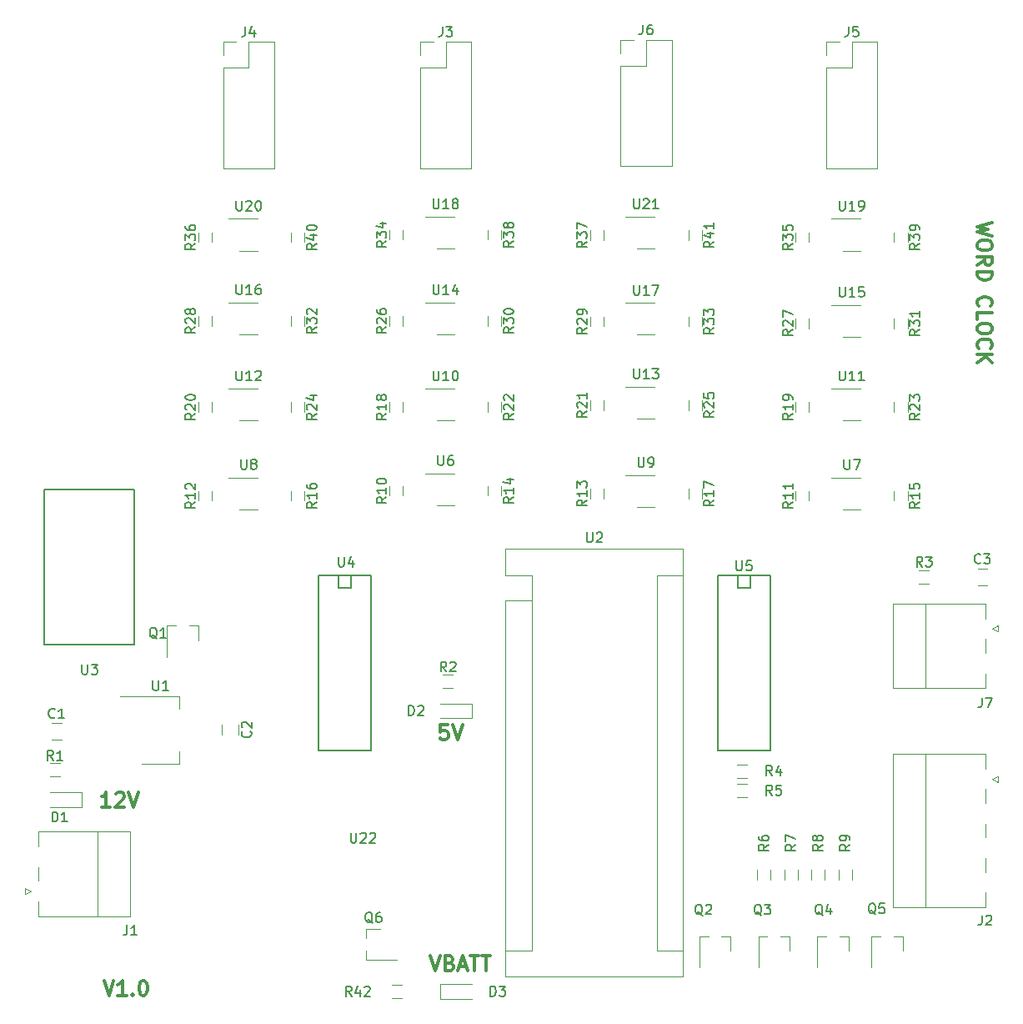
<source format=gbr>
G04 #@! TF.FileFunction,Legend,Top*
%FSLAX46Y46*%
G04 Gerber Fmt 4.6, Leading zero omitted, Abs format (unit mm)*
G04 Created by KiCad (PCBNEW 4.0.7) date 02/05/18 06:25:40*
%MOMM*%
%LPD*%
G01*
G04 APERTURE LIST*
%ADD10C,0.100000*%
%ADD11C,0.300000*%
%ADD12C,0.120000*%
%ADD13C,0.150000*%
G04 APERTURE END LIST*
D10*
D11*
X33014286Y-122478571D02*
X33514286Y-123978571D01*
X34014286Y-122478571D01*
X35300000Y-123978571D02*
X34442857Y-123978571D01*
X34871429Y-123978571D02*
X34871429Y-122478571D01*
X34728572Y-122692857D01*
X34585714Y-122835714D01*
X34442857Y-122907143D01*
X35942857Y-123835714D02*
X36014285Y-123907143D01*
X35942857Y-123978571D01*
X35871428Y-123907143D01*
X35942857Y-123835714D01*
X35942857Y-123978571D01*
X36942857Y-122478571D02*
X37085714Y-122478571D01*
X37228571Y-122550000D01*
X37300000Y-122621429D01*
X37371429Y-122764286D01*
X37442857Y-123050000D01*
X37442857Y-123407143D01*
X37371429Y-123692857D01*
X37300000Y-123835714D01*
X37228571Y-123907143D01*
X37085714Y-123978571D01*
X36942857Y-123978571D01*
X36800000Y-123907143D01*
X36728571Y-123835714D01*
X36657143Y-123692857D01*
X36585714Y-123407143D01*
X36585714Y-123050000D01*
X36657143Y-122764286D01*
X36728571Y-122621429D01*
X36800000Y-122550000D01*
X36942857Y-122478571D01*
X123221429Y-45557143D02*
X121721429Y-45914286D01*
X122792857Y-46200000D01*
X121721429Y-46485714D01*
X123221429Y-46842857D01*
X123221429Y-47700000D02*
X123221429Y-47985714D01*
X123150000Y-48128572D01*
X123007143Y-48271429D01*
X122721429Y-48342857D01*
X122221429Y-48342857D01*
X121935714Y-48271429D01*
X121792857Y-48128572D01*
X121721429Y-47985714D01*
X121721429Y-47700000D01*
X121792857Y-47557143D01*
X121935714Y-47414286D01*
X122221429Y-47342857D01*
X122721429Y-47342857D01*
X123007143Y-47414286D01*
X123150000Y-47557143D01*
X123221429Y-47700000D01*
X121721429Y-49842858D02*
X122435714Y-49342858D01*
X121721429Y-48985715D02*
X123221429Y-48985715D01*
X123221429Y-49557143D01*
X123150000Y-49700001D01*
X123078571Y-49771429D01*
X122935714Y-49842858D01*
X122721429Y-49842858D01*
X122578571Y-49771429D01*
X122507143Y-49700001D01*
X122435714Y-49557143D01*
X122435714Y-48985715D01*
X121721429Y-50485715D02*
X123221429Y-50485715D01*
X123221429Y-50842858D01*
X123150000Y-51057143D01*
X123007143Y-51200001D01*
X122864286Y-51271429D01*
X122578571Y-51342858D01*
X122364286Y-51342858D01*
X122078571Y-51271429D01*
X121935714Y-51200001D01*
X121792857Y-51057143D01*
X121721429Y-50842858D01*
X121721429Y-50485715D01*
X121864286Y-53985715D02*
X121792857Y-53914286D01*
X121721429Y-53700000D01*
X121721429Y-53557143D01*
X121792857Y-53342858D01*
X121935714Y-53200000D01*
X122078571Y-53128572D01*
X122364286Y-53057143D01*
X122578571Y-53057143D01*
X122864286Y-53128572D01*
X123007143Y-53200000D01*
X123150000Y-53342858D01*
X123221429Y-53557143D01*
X123221429Y-53700000D01*
X123150000Y-53914286D01*
X123078571Y-53985715D01*
X121721429Y-55342858D02*
X121721429Y-54628572D01*
X123221429Y-54628572D01*
X123221429Y-56128572D02*
X123221429Y-56414286D01*
X123150000Y-56557144D01*
X123007143Y-56700001D01*
X122721429Y-56771429D01*
X122221429Y-56771429D01*
X121935714Y-56700001D01*
X121792857Y-56557144D01*
X121721429Y-56414286D01*
X121721429Y-56128572D01*
X121792857Y-55985715D01*
X121935714Y-55842858D01*
X122221429Y-55771429D01*
X122721429Y-55771429D01*
X123007143Y-55842858D01*
X123150000Y-55985715D01*
X123221429Y-56128572D01*
X121864286Y-58271430D02*
X121792857Y-58200001D01*
X121721429Y-57985715D01*
X121721429Y-57842858D01*
X121792857Y-57628573D01*
X121935714Y-57485715D01*
X122078571Y-57414287D01*
X122364286Y-57342858D01*
X122578571Y-57342858D01*
X122864286Y-57414287D01*
X123007143Y-57485715D01*
X123150000Y-57628573D01*
X123221429Y-57842858D01*
X123221429Y-57985715D01*
X123150000Y-58200001D01*
X123078571Y-58271430D01*
X121721429Y-58914287D02*
X123221429Y-58914287D01*
X121721429Y-59771430D02*
X122578571Y-59128573D01*
X123221429Y-59771430D02*
X122364286Y-58914287D01*
X66164286Y-119978571D02*
X66664286Y-121478571D01*
X67164286Y-119978571D01*
X68164286Y-120692857D02*
X68378572Y-120764286D01*
X68450000Y-120835714D01*
X68521429Y-120978571D01*
X68521429Y-121192857D01*
X68450000Y-121335714D01*
X68378572Y-121407143D01*
X68235714Y-121478571D01*
X67664286Y-121478571D01*
X67664286Y-119978571D01*
X68164286Y-119978571D01*
X68307143Y-120050000D01*
X68378572Y-120121429D01*
X68450000Y-120264286D01*
X68450000Y-120407143D01*
X68378572Y-120550000D01*
X68307143Y-120621429D01*
X68164286Y-120692857D01*
X67664286Y-120692857D01*
X69092857Y-121050000D02*
X69807143Y-121050000D01*
X68950000Y-121478571D02*
X69450000Y-119978571D01*
X69950000Y-121478571D01*
X70235714Y-119978571D02*
X71092857Y-119978571D01*
X70664286Y-121478571D02*
X70664286Y-119978571D01*
X71378571Y-119978571D02*
X72235714Y-119978571D01*
X71807143Y-121478571D02*
X71807143Y-119978571D01*
X67914287Y-96528571D02*
X67200001Y-96528571D01*
X67128572Y-97242857D01*
X67200001Y-97171429D01*
X67342858Y-97100000D01*
X67700001Y-97100000D01*
X67842858Y-97171429D01*
X67914287Y-97242857D01*
X67985715Y-97385714D01*
X67985715Y-97742857D01*
X67914287Y-97885714D01*
X67842858Y-97957143D01*
X67700001Y-98028571D01*
X67342858Y-98028571D01*
X67200001Y-97957143D01*
X67128572Y-97885714D01*
X68414286Y-96528571D02*
X68914286Y-98028571D01*
X69414286Y-96528571D01*
X33671429Y-104878571D02*
X32814286Y-104878571D01*
X33242858Y-104878571D02*
X33242858Y-103378571D01*
X33100001Y-103592857D01*
X32957143Y-103735714D01*
X32814286Y-103807143D01*
X34242857Y-103521429D02*
X34314286Y-103450000D01*
X34457143Y-103378571D01*
X34814286Y-103378571D01*
X34957143Y-103450000D01*
X35028572Y-103521429D01*
X35100000Y-103664286D01*
X35100000Y-103807143D01*
X35028572Y-104021429D01*
X34171429Y-104878571D01*
X35100000Y-104878571D01*
X35528571Y-103378571D02*
X36028571Y-104878571D01*
X36528571Y-103378571D01*
D12*
X76470000Y-83870000D02*
X76470000Y-81330000D01*
X76470000Y-81330000D02*
X73800000Y-81330000D01*
X73800000Y-83870000D02*
X73800000Y-122100000D01*
X73800000Y-78660000D02*
X73800000Y-81330000D01*
X89170000Y-81330000D02*
X91840000Y-81330000D01*
X89170000Y-81330000D02*
X89170000Y-119430000D01*
X89170000Y-119430000D02*
X91840000Y-119430000D01*
X76470000Y-83870000D02*
X73800000Y-83870000D01*
X76470000Y-83870000D02*
X76470000Y-119430000D01*
X76470000Y-119430000D02*
X73800000Y-119430000D01*
X73800000Y-122100000D02*
X91840000Y-122100000D01*
X91840000Y-122100000D02*
X91840000Y-78660000D01*
X91840000Y-78660000D02*
X73800000Y-78660000D01*
X27700000Y-98050000D02*
X28700000Y-98050000D01*
X28700000Y-96350000D02*
X27700000Y-96350000D01*
X46650000Y-97500000D02*
X46650000Y-96500000D01*
X44950000Y-96500000D02*
X44950000Y-97500000D01*
X121750000Y-82350000D02*
X122750000Y-82350000D01*
X122750000Y-80650000D02*
X121750000Y-80650000D01*
X27550000Y-103350000D02*
X30750000Y-103350000D01*
X30750000Y-104850000D02*
X27550000Y-104850000D01*
X30750000Y-104850000D02*
X30750000Y-103350000D01*
X67200000Y-94350000D02*
X70400000Y-94350000D01*
X70400000Y-95850000D02*
X67200000Y-95850000D01*
X70400000Y-95850000D02*
X70400000Y-94350000D01*
X42580000Y-86440000D02*
X41650000Y-86440000D01*
X39420000Y-86440000D02*
X40350000Y-86440000D01*
X39420000Y-86440000D02*
X39420000Y-89600000D01*
X42580000Y-86440000D02*
X42580000Y-87900000D01*
X96630000Y-117990000D02*
X95700000Y-117990000D01*
X93470000Y-117990000D02*
X94400000Y-117990000D01*
X93470000Y-117990000D02*
X93470000Y-121150000D01*
X96630000Y-117990000D02*
X96630000Y-119450000D01*
X102630000Y-117990000D02*
X101700000Y-117990000D01*
X99470000Y-117990000D02*
X100400000Y-117990000D01*
X99470000Y-117990000D02*
X99470000Y-121150000D01*
X102630000Y-117990000D02*
X102630000Y-119450000D01*
X108630000Y-117990000D02*
X107700000Y-117990000D01*
X105470000Y-117990000D02*
X106400000Y-117990000D01*
X105470000Y-117990000D02*
X105470000Y-121150000D01*
X108630000Y-117990000D02*
X108630000Y-119450000D01*
X114130000Y-117990000D02*
X113200000Y-117990000D01*
X110970000Y-117990000D02*
X111900000Y-117990000D01*
X110970000Y-117990000D02*
X110970000Y-121150000D01*
X114130000Y-117990000D02*
X114130000Y-119450000D01*
X28550000Y-101780000D02*
X27550000Y-101780000D01*
X27550000Y-100420000D02*
X28550000Y-100420000D01*
X68450000Y-92780000D02*
X67450000Y-92780000D01*
X67450000Y-91420000D02*
X68450000Y-91420000D01*
X115750000Y-80820000D02*
X116750000Y-80820000D01*
X116750000Y-82180000D02*
X115750000Y-82180000D01*
X97300000Y-100520000D02*
X98300000Y-100520000D01*
X98300000Y-101880000D02*
X97300000Y-101880000D01*
X97300000Y-102520000D02*
X98300000Y-102520000D01*
X98300000Y-103880000D02*
X97300000Y-103880000D01*
X99370000Y-112250000D02*
X99370000Y-111250000D01*
X100730000Y-111250000D02*
X100730000Y-112250000D01*
X102120000Y-112250000D02*
X102120000Y-111250000D01*
X103480000Y-111250000D02*
X103480000Y-112250000D01*
X104870000Y-112250000D02*
X104870000Y-111250000D01*
X106230000Y-111250000D02*
X106230000Y-112250000D01*
X107620000Y-112250000D02*
X107620000Y-111250000D01*
X108980000Y-111250000D02*
X108980000Y-112250000D01*
X63380000Y-72250000D02*
X63380000Y-73250000D01*
X62020000Y-73250000D02*
X62020000Y-72250000D01*
X104630000Y-72750000D02*
X104630000Y-73750000D01*
X103270000Y-73750000D02*
X103270000Y-72750000D01*
X43980000Y-72750000D02*
X43980000Y-73750000D01*
X42620000Y-73750000D02*
X42620000Y-72750000D01*
X83730000Y-72550000D02*
X83730000Y-73550000D01*
X82370000Y-73550000D02*
X82370000Y-72550000D01*
X72020000Y-73250000D02*
X72020000Y-72250000D01*
X73380000Y-72250000D02*
X73380000Y-73250000D01*
X113270000Y-73750000D02*
X113270000Y-72750000D01*
X114630000Y-72750000D02*
X114630000Y-73750000D01*
X52020000Y-73750000D02*
X52020000Y-72750000D01*
X53380000Y-72750000D02*
X53380000Y-73750000D01*
X92370000Y-73550000D02*
X92370000Y-72550000D01*
X93730000Y-72550000D02*
X93730000Y-73550000D01*
X63380000Y-63750000D02*
X63380000Y-64750000D01*
X62020000Y-64750000D02*
X62020000Y-63750000D01*
X104630000Y-63750000D02*
X104630000Y-64750000D01*
X103270000Y-64750000D02*
X103270000Y-63750000D01*
X43980000Y-63750000D02*
X43980000Y-64750000D01*
X42620000Y-64750000D02*
X42620000Y-63750000D01*
X83730000Y-63550000D02*
X83730000Y-64550000D01*
X82370000Y-64550000D02*
X82370000Y-63550000D01*
X72020000Y-64750000D02*
X72020000Y-63750000D01*
X73380000Y-63750000D02*
X73380000Y-64750000D01*
X113270000Y-64750000D02*
X113270000Y-63750000D01*
X114630000Y-63750000D02*
X114630000Y-64750000D01*
X52020000Y-64750000D02*
X52020000Y-63750000D01*
X53380000Y-63750000D02*
X53380000Y-64750000D01*
X92370000Y-64550000D02*
X92370000Y-63550000D01*
X93730000Y-63550000D02*
X93730000Y-64550000D01*
X63380000Y-55000000D02*
X63380000Y-56000000D01*
X62020000Y-56000000D02*
X62020000Y-55000000D01*
X104630000Y-55250000D02*
X104630000Y-56250000D01*
X103270000Y-56250000D02*
X103270000Y-55250000D01*
X43980000Y-55000000D02*
X43980000Y-56000000D01*
X42620000Y-56000000D02*
X42620000Y-55000000D01*
X83730000Y-55050000D02*
X83730000Y-56050000D01*
X82370000Y-56050000D02*
X82370000Y-55050000D01*
X72020000Y-56000000D02*
X72020000Y-55000000D01*
X73380000Y-55000000D02*
X73380000Y-56000000D01*
X113270000Y-56250000D02*
X113270000Y-55250000D01*
X114630000Y-55250000D02*
X114630000Y-56250000D01*
X52020000Y-56000000D02*
X52020000Y-55000000D01*
X53380000Y-55000000D02*
X53380000Y-56000000D01*
X92370000Y-56050000D02*
X92370000Y-55050000D01*
X93730000Y-55050000D02*
X93730000Y-56050000D01*
X63380000Y-46250000D02*
X63380000Y-47250000D01*
X62020000Y-47250000D02*
X62020000Y-46250000D01*
X104630000Y-46500000D02*
X104630000Y-47500000D01*
X103270000Y-47500000D02*
X103270000Y-46500000D01*
X43980000Y-46500000D02*
X43980000Y-47500000D01*
X42620000Y-47500000D02*
X42620000Y-46500000D01*
X83730000Y-46300000D02*
X83730000Y-47300000D01*
X82370000Y-47300000D02*
X82370000Y-46300000D01*
X72020000Y-47250000D02*
X72020000Y-46250000D01*
X73380000Y-46250000D02*
X73380000Y-47250000D01*
X113270000Y-47500000D02*
X113270000Y-46500000D01*
X114630000Y-46500000D02*
X114630000Y-47500000D01*
X52020000Y-47500000D02*
X52020000Y-46500000D01*
X53380000Y-46500000D02*
X53380000Y-47500000D01*
X92370000Y-47300000D02*
X92370000Y-46300000D01*
X93730000Y-46300000D02*
X93730000Y-47300000D01*
X40660000Y-100460000D02*
X40660000Y-99200000D01*
X40660000Y-93640000D02*
X40660000Y-94900000D01*
X36900000Y-100460000D02*
X40660000Y-100460000D01*
X34650000Y-93640000D02*
X40660000Y-93640000D01*
D13*
X26978000Y-72644000D02*
X36122000Y-72644000D01*
X36122000Y-72644000D02*
X36122000Y-88392000D01*
X26978000Y-88392000D02*
X26978000Y-72644000D01*
X26978000Y-88392000D02*
X36122000Y-88392000D01*
X54833000Y-99013000D02*
X54833000Y-81360000D01*
X60167000Y-81360000D02*
X60167000Y-99140000D01*
X54833000Y-99140000D02*
X60167000Y-99140000D01*
X60167000Y-81360000D02*
X54833000Y-81360000D01*
X58135000Y-81360000D02*
X58135000Y-82630000D01*
X58135000Y-82630000D02*
X56865000Y-82630000D01*
X56865000Y-82630000D02*
X56865000Y-81360000D01*
X95333000Y-99013000D02*
X95333000Y-81360000D01*
X100667000Y-81360000D02*
X100667000Y-99140000D01*
X95333000Y-99140000D02*
X100667000Y-99140000D01*
X100667000Y-81360000D02*
X95333000Y-81360000D01*
X98635000Y-81360000D02*
X98635000Y-82630000D01*
X98635000Y-82630000D02*
X97365000Y-82630000D01*
X97365000Y-82630000D02*
X97365000Y-81360000D01*
D12*
X66800000Y-74210000D02*
X68600000Y-74210000D01*
X68600000Y-70990000D02*
X65650000Y-70990000D01*
X108050000Y-74610000D02*
X109850000Y-74610000D01*
X109850000Y-71390000D02*
X106900000Y-71390000D01*
X46800000Y-74610000D02*
X48600000Y-74610000D01*
X48600000Y-71390000D02*
X45650000Y-71390000D01*
X87150000Y-74410000D02*
X88950000Y-74410000D01*
X88950000Y-71190000D02*
X86000000Y-71190000D01*
X66800000Y-65610000D02*
X68600000Y-65610000D01*
X68600000Y-62390000D02*
X65650000Y-62390000D01*
X108050000Y-65610000D02*
X109850000Y-65610000D01*
X109850000Y-62390000D02*
X106900000Y-62390000D01*
X46800000Y-65610000D02*
X48600000Y-65610000D01*
X48600000Y-62390000D02*
X45650000Y-62390000D01*
X87150000Y-65410000D02*
X88950000Y-65410000D01*
X88950000Y-62190000D02*
X86000000Y-62190000D01*
X66800000Y-56860000D02*
X68600000Y-56860000D01*
X68600000Y-53640000D02*
X65650000Y-53640000D01*
X108050000Y-57110000D02*
X109850000Y-57110000D01*
X109850000Y-53890000D02*
X106900000Y-53890000D01*
X46800000Y-56860000D02*
X48600000Y-56860000D01*
X48600000Y-53640000D02*
X45650000Y-53640000D01*
X87150000Y-56910000D02*
X88950000Y-56910000D01*
X88950000Y-53690000D02*
X86000000Y-53690000D01*
X66800000Y-48160000D02*
X68600000Y-48160000D01*
X68600000Y-44940000D02*
X65650000Y-44940000D01*
X108050000Y-48360000D02*
X109850000Y-48360000D01*
X109850000Y-45140000D02*
X106900000Y-45140000D01*
X46800000Y-48360000D02*
X48600000Y-48360000D01*
X48600000Y-45140000D02*
X45650000Y-45140000D01*
X87150000Y-48160000D02*
X88950000Y-48160000D01*
X88950000Y-44940000D02*
X86000000Y-44940000D01*
X65120000Y-39990000D02*
X70320000Y-39990000D01*
X65120000Y-29770000D02*
X65120000Y-39990000D01*
X70320000Y-27170000D02*
X70320000Y-39990000D01*
X65120000Y-29770000D02*
X67720000Y-29770000D01*
X67720000Y-29770000D02*
X67720000Y-27170000D01*
X67720000Y-27170000D02*
X70320000Y-27170000D01*
X65120000Y-28500000D02*
X65120000Y-27170000D01*
X65120000Y-27170000D02*
X66450000Y-27170000D01*
X45120000Y-39990000D02*
X50320000Y-39990000D01*
X45120000Y-29770000D02*
X45120000Y-39990000D01*
X50320000Y-27170000D02*
X50320000Y-39990000D01*
X45120000Y-29770000D02*
X47720000Y-29770000D01*
X47720000Y-29770000D02*
X47720000Y-27170000D01*
X47720000Y-27170000D02*
X50320000Y-27170000D01*
X45120000Y-28500000D02*
X45120000Y-27170000D01*
X45120000Y-27170000D02*
X46450000Y-27170000D01*
X106370000Y-39990000D02*
X111570000Y-39990000D01*
X106370000Y-29770000D02*
X106370000Y-39990000D01*
X111570000Y-27170000D02*
X111570000Y-39990000D01*
X106370000Y-29770000D02*
X108970000Y-29770000D01*
X108970000Y-29770000D02*
X108970000Y-27170000D01*
X108970000Y-27170000D02*
X111570000Y-27170000D01*
X106370000Y-28500000D02*
X106370000Y-27170000D01*
X106370000Y-27170000D02*
X107700000Y-27170000D01*
X85470000Y-39790000D02*
X90670000Y-39790000D01*
X85470000Y-29570000D02*
X85470000Y-39790000D01*
X90670000Y-26970000D02*
X90670000Y-39790000D01*
X85470000Y-29570000D02*
X88070000Y-29570000D01*
X88070000Y-29570000D02*
X88070000Y-26970000D01*
X88070000Y-26970000D02*
X90670000Y-26970000D01*
X85470000Y-28300000D02*
X85470000Y-26970000D01*
X85470000Y-26970000D02*
X86800000Y-26970000D01*
X26320000Y-115930000D02*
X35680000Y-115930000D01*
X35680000Y-115930000D02*
X35680000Y-107370000D01*
X35680000Y-107370000D02*
X26320000Y-107370000D01*
X26320000Y-115930000D02*
X26320000Y-114450000D01*
X26320000Y-107370000D02*
X26320000Y-108850000D01*
X26320000Y-112350000D02*
X26320000Y-110950000D01*
X32400000Y-115930000D02*
X32400000Y-107370000D01*
X25000000Y-113100000D02*
X25600000Y-113400000D01*
X25600000Y-113400000D02*
X25000000Y-113700000D01*
X25000000Y-113700000D02*
X25000000Y-113100000D01*
X122530000Y-99470000D02*
X113170000Y-99470000D01*
X113170000Y-99470000D02*
X113170000Y-115030000D01*
X113170000Y-115030000D02*
X122530000Y-115030000D01*
X122530000Y-99470000D02*
X122530000Y-100950000D01*
X122530000Y-115030000D02*
X122530000Y-113550000D01*
X122530000Y-103050000D02*
X122530000Y-104450000D01*
X122530000Y-106550000D02*
X122530000Y-107950000D01*
X122530000Y-110050000D02*
X122530000Y-111450000D01*
X116450000Y-99470000D02*
X116450000Y-115030000D01*
X123850000Y-102300000D02*
X123250000Y-102000000D01*
X123250000Y-102000000D02*
X123850000Y-101700000D01*
X123850000Y-101700000D02*
X123850000Y-102300000D01*
X122530000Y-84220000D02*
X113170000Y-84220000D01*
X113170000Y-84220000D02*
X113170000Y-92780000D01*
X113170000Y-92780000D02*
X122530000Y-92780000D01*
X122530000Y-84220000D02*
X122530000Y-85700000D01*
X122530000Y-92780000D02*
X122530000Y-91300000D01*
X122530000Y-87800000D02*
X122530000Y-89200000D01*
X116450000Y-84220000D02*
X116450000Y-92780000D01*
X123850000Y-87050000D02*
X123250000Y-86750000D01*
X123250000Y-86750000D02*
X123850000Y-86450000D01*
X123850000Y-86450000D02*
X123850000Y-87050000D01*
X70400000Y-124350000D02*
X67200000Y-124350000D01*
X67200000Y-122850000D02*
X70400000Y-122850000D01*
X67200000Y-122850000D02*
X67200000Y-124350000D01*
X59640000Y-117220000D02*
X59640000Y-118150000D01*
X59640000Y-120380000D02*
X59640000Y-119450000D01*
X59640000Y-120380000D02*
X62800000Y-120380000D01*
X59640000Y-117220000D02*
X61100000Y-117220000D01*
X62300000Y-122920000D02*
X63300000Y-122920000D01*
X63300000Y-124280000D02*
X62300000Y-124280000D01*
D13*
X82058095Y-76972381D02*
X82058095Y-77781905D01*
X82105714Y-77877143D01*
X82153333Y-77924762D01*
X82248571Y-77972381D01*
X82439048Y-77972381D01*
X82534286Y-77924762D01*
X82581905Y-77877143D01*
X82629524Y-77781905D01*
X82629524Y-76972381D01*
X83058095Y-77067619D02*
X83105714Y-77020000D01*
X83200952Y-76972381D01*
X83439048Y-76972381D01*
X83534286Y-77020000D01*
X83581905Y-77067619D01*
X83629524Y-77162857D01*
X83629524Y-77258095D01*
X83581905Y-77400952D01*
X83010476Y-77972381D01*
X83629524Y-77972381D01*
X58071905Y-107472381D02*
X58071905Y-108281905D01*
X58119524Y-108377143D01*
X58167143Y-108424762D01*
X58262381Y-108472381D01*
X58452858Y-108472381D01*
X58548096Y-108424762D01*
X58595715Y-108377143D01*
X58643334Y-108281905D01*
X58643334Y-107472381D01*
X59071905Y-107567619D02*
X59119524Y-107520000D01*
X59214762Y-107472381D01*
X59452858Y-107472381D01*
X59548096Y-107520000D01*
X59595715Y-107567619D01*
X59643334Y-107662857D01*
X59643334Y-107758095D01*
X59595715Y-107900952D01*
X59024286Y-108472381D01*
X59643334Y-108472381D01*
X60024286Y-107567619D02*
X60071905Y-107520000D01*
X60167143Y-107472381D01*
X60405239Y-107472381D01*
X60500477Y-107520000D01*
X60548096Y-107567619D01*
X60595715Y-107662857D01*
X60595715Y-107758095D01*
X60548096Y-107900952D01*
X59976667Y-108472381D01*
X60595715Y-108472381D01*
X28033334Y-95757143D02*
X27985715Y-95804762D01*
X27842858Y-95852381D01*
X27747620Y-95852381D01*
X27604762Y-95804762D01*
X27509524Y-95709524D01*
X27461905Y-95614286D01*
X27414286Y-95423810D01*
X27414286Y-95280952D01*
X27461905Y-95090476D01*
X27509524Y-94995238D01*
X27604762Y-94900000D01*
X27747620Y-94852381D01*
X27842858Y-94852381D01*
X27985715Y-94900000D01*
X28033334Y-94947619D01*
X28985715Y-95852381D02*
X28414286Y-95852381D01*
X28700000Y-95852381D02*
X28700000Y-94852381D01*
X28604762Y-94995238D01*
X28509524Y-95090476D01*
X28414286Y-95138095D01*
X47907143Y-97166666D02*
X47954762Y-97214285D01*
X48002381Y-97357142D01*
X48002381Y-97452380D01*
X47954762Y-97595238D01*
X47859524Y-97690476D01*
X47764286Y-97738095D01*
X47573810Y-97785714D01*
X47430952Y-97785714D01*
X47240476Y-97738095D01*
X47145238Y-97690476D01*
X47050000Y-97595238D01*
X47002381Y-97452380D01*
X47002381Y-97357142D01*
X47050000Y-97214285D01*
X47097619Y-97166666D01*
X47097619Y-96785714D02*
X47050000Y-96738095D01*
X47002381Y-96642857D01*
X47002381Y-96404761D01*
X47050000Y-96309523D01*
X47097619Y-96261904D01*
X47192857Y-96214285D01*
X47288095Y-96214285D01*
X47430952Y-96261904D01*
X48002381Y-96833333D01*
X48002381Y-96214285D01*
X122033334Y-80057143D02*
X121985715Y-80104762D01*
X121842858Y-80152381D01*
X121747620Y-80152381D01*
X121604762Y-80104762D01*
X121509524Y-80009524D01*
X121461905Y-79914286D01*
X121414286Y-79723810D01*
X121414286Y-79580952D01*
X121461905Y-79390476D01*
X121509524Y-79295238D01*
X121604762Y-79200000D01*
X121747620Y-79152381D01*
X121842858Y-79152381D01*
X121985715Y-79200000D01*
X122033334Y-79247619D01*
X122366667Y-79152381D02*
X122985715Y-79152381D01*
X122652381Y-79533333D01*
X122795239Y-79533333D01*
X122890477Y-79580952D01*
X122938096Y-79628571D01*
X122985715Y-79723810D01*
X122985715Y-79961905D01*
X122938096Y-80057143D01*
X122890477Y-80104762D01*
X122795239Y-80152381D01*
X122509524Y-80152381D01*
X122414286Y-80104762D01*
X122366667Y-80057143D01*
X27761905Y-106352381D02*
X27761905Y-105352381D01*
X28000000Y-105352381D01*
X28142858Y-105400000D01*
X28238096Y-105495238D01*
X28285715Y-105590476D01*
X28333334Y-105780952D01*
X28333334Y-105923810D01*
X28285715Y-106114286D01*
X28238096Y-106209524D01*
X28142858Y-106304762D01*
X28000000Y-106352381D01*
X27761905Y-106352381D01*
X29285715Y-106352381D02*
X28714286Y-106352381D01*
X29000000Y-106352381D02*
X29000000Y-105352381D01*
X28904762Y-105495238D01*
X28809524Y-105590476D01*
X28714286Y-105638095D01*
X63961905Y-95552381D02*
X63961905Y-94552381D01*
X64200000Y-94552381D01*
X64342858Y-94600000D01*
X64438096Y-94695238D01*
X64485715Y-94790476D01*
X64533334Y-94980952D01*
X64533334Y-95123810D01*
X64485715Y-95314286D01*
X64438096Y-95409524D01*
X64342858Y-95504762D01*
X64200000Y-95552381D01*
X63961905Y-95552381D01*
X64914286Y-94647619D02*
X64961905Y-94600000D01*
X65057143Y-94552381D01*
X65295239Y-94552381D01*
X65390477Y-94600000D01*
X65438096Y-94647619D01*
X65485715Y-94742857D01*
X65485715Y-94838095D01*
X65438096Y-94980952D01*
X64866667Y-95552381D01*
X65485715Y-95552381D01*
X38404762Y-87747619D02*
X38309524Y-87700000D01*
X38214286Y-87604762D01*
X38071429Y-87461905D01*
X37976190Y-87414286D01*
X37880952Y-87414286D01*
X37928571Y-87652381D02*
X37833333Y-87604762D01*
X37738095Y-87509524D01*
X37690476Y-87319048D01*
X37690476Y-86985714D01*
X37738095Y-86795238D01*
X37833333Y-86700000D01*
X37928571Y-86652381D01*
X38119048Y-86652381D01*
X38214286Y-86700000D01*
X38309524Y-86795238D01*
X38357143Y-86985714D01*
X38357143Y-87319048D01*
X38309524Y-87509524D01*
X38214286Y-87604762D01*
X38119048Y-87652381D01*
X37928571Y-87652381D01*
X39309524Y-87652381D02*
X38738095Y-87652381D01*
X39023809Y-87652381D02*
X39023809Y-86652381D01*
X38928571Y-86795238D01*
X38833333Y-86890476D01*
X38738095Y-86938095D01*
X93804762Y-115847619D02*
X93709524Y-115800000D01*
X93614286Y-115704762D01*
X93471429Y-115561905D01*
X93376190Y-115514286D01*
X93280952Y-115514286D01*
X93328571Y-115752381D02*
X93233333Y-115704762D01*
X93138095Y-115609524D01*
X93090476Y-115419048D01*
X93090476Y-115085714D01*
X93138095Y-114895238D01*
X93233333Y-114800000D01*
X93328571Y-114752381D01*
X93519048Y-114752381D01*
X93614286Y-114800000D01*
X93709524Y-114895238D01*
X93757143Y-115085714D01*
X93757143Y-115419048D01*
X93709524Y-115609524D01*
X93614286Y-115704762D01*
X93519048Y-115752381D01*
X93328571Y-115752381D01*
X94138095Y-114847619D02*
X94185714Y-114800000D01*
X94280952Y-114752381D01*
X94519048Y-114752381D01*
X94614286Y-114800000D01*
X94661905Y-114847619D01*
X94709524Y-114942857D01*
X94709524Y-115038095D01*
X94661905Y-115180952D01*
X94090476Y-115752381D01*
X94709524Y-115752381D01*
X99804762Y-115847619D02*
X99709524Y-115800000D01*
X99614286Y-115704762D01*
X99471429Y-115561905D01*
X99376190Y-115514286D01*
X99280952Y-115514286D01*
X99328571Y-115752381D02*
X99233333Y-115704762D01*
X99138095Y-115609524D01*
X99090476Y-115419048D01*
X99090476Y-115085714D01*
X99138095Y-114895238D01*
X99233333Y-114800000D01*
X99328571Y-114752381D01*
X99519048Y-114752381D01*
X99614286Y-114800000D01*
X99709524Y-114895238D01*
X99757143Y-115085714D01*
X99757143Y-115419048D01*
X99709524Y-115609524D01*
X99614286Y-115704762D01*
X99519048Y-115752381D01*
X99328571Y-115752381D01*
X100090476Y-114752381D02*
X100709524Y-114752381D01*
X100376190Y-115133333D01*
X100519048Y-115133333D01*
X100614286Y-115180952D01*
X100661905Y-115228571D01*
X100709524Y-115323810D01*
X100709524Y-115561905D01*
X100661905Y-115657143D01*
X100614286Y-115704762D01*
X100519048Y-115752381D01*
X100233333Y-115752381D01*
X100138095Y-115704762D01*
X100090476Y-115657143D01*
X106004762Y-115847619D02*
X105909524Y-115800000D01*
X105814286Y-115704762D01*
X105671429Y-115561905D01*
X105576190Y-115514286D01*
X105480952Y-115514286D01*
X105528571Y-115752381D02*
X105433333Y-115704762D01*
X105338095Y-115609524D01*
X105290476Y-115419048D01*
X105290476Y-115085714D01*
X105338095Y-114895238D01*
X105433333Y-114800000D01*
X105528571Y-114752381D01*
X105719048Y-114752381D01*
X105814286Y-114800000D01*
X105909524Y-114895238D01*
X105957143Y-115085714D01*
X105957143Y-115419048D01*
X105909524Y-115609524D01*
X105814286Y-115704762D01*
X105719048Y-115752381D01*
X105528571Y-115752381D01*
X106814286Y-115085714D02*
X106814286Y-115752381D01*
X106576190Y-114704762D02*
X106338095Y-115419048D01*
X106957143Y-115419048D01*
X111404762Y-115747619D02*
X111309524Y-115700000D01*
X111214286Y-115604762D01*
X111071429Y-115461905D01*
X110976190Y-115414286D01*
X110880952Y-115414286D01*
X110928571Y-115652381D02*
X110833333Y-115604762D01*
X110738095Y-115509524D01*
X110690476Y-115319048D01*
X110690476Y-114985714D01*
X110738095Y-114795238D01*
X110833333Y-114700000D01*
X110928571Y-114652381D01*
X111119048Y-114652381D01*
X111214286Y-114700000D01*
X111309524Y-114795238D01*
X111357143Y-114985714D01*
X111357143Y-115319048D01*
X111309524Y-115509524D01*
X111214286Y-115604762D01*
X111119048Y-115652381D01*
X110928571Y-115652381D01*
X112261905Y-114652381D02*
X111785714Y-114652381D01*
X111738095Y-115128571D01*
X111785714Y-115080952D01*
X111880952Y-115033333D01*
X112119048Y-115033333D01*
X112214286Y-115080952D01*
X112261905Y-115128571D01*
X112309524Y-115223810D01*
X112309524Y-115461905D01*
X112261905Y-115557143D01*
X112214286Y-115604762D01*
X112119048Y-115652381D01*
X111880952Y-115652381D01*
X111785714Y-115604762D01*
X111738095Y-115557143D01*
X27883334Y-100102381D02*
X27550000Y-99626190D01*
X27311905Y-100102381D02*
X27311905Y-99102381D01*
X27692858Y-99102381D01*
X27788096Y-99150000D01*
X27835715Y-99197619D01*
X27883334Y-99292857D01*
X27883334Y-99435714D01*
X27835715Y-99530952D01*
X27788096Y-99578571D01*
X27692858Y-99626190D01*
X27311905Y-99626190D01*
X28835715Y-100102381D02*
X28264286Y-100102381D01*
X28550000Y-100102381D02*
X28550000Y-99102381D01*
X28454762Y-99245238D01*
X28359524Y-99340476D01*
X28264286Y-99388095D01*
X67783334Y-91102381D02*
X67450000Y-90626190D01*
X67211905Y-91102381D02*
X67211905Y-90102381D01*
X67592858Y-90102381D01*
X67688096Y-90150000D01*
X67735715Y-90197619D01*
X67783334Y-90292857D01*
X67783334Y-90435714D01*
X67735715Y-90530952D01*
X67688096Y-90578571D01*
X67592858Y-90626190D01*
X67211905Y-90626190D01*
X68164286Y-90197619D02*
X68211905Y-90150000D01*
X68307143Y-90102381D01*
X68545239Y-90102381D01*
X68640477Y-90150000D01*
X68688096Y-90197619D01*
X68735715Y-90292857D01*
X68735715Y-90388095D01*
X68688096Y-90530952D01*
X68116667Y-91102381D01*
X68735715Y-91102381D01*
X116133334Y-80452381D02*
X115800000Y-79976190D01*
X115561905Y-80452381D02*
X115561905Y-79452381D01*
X115942858Y-79452381D01*
X116038096Y-79500000D01*
X116085715Y-79547619D01*
X116133334Y-79642857D01*
X116133334Y-79785714D01*
X116085715Y-79880952D01*
X116038096Y-79928571D01*
X115942858Y-79976190D01*
X115561905Y-79976190D01*
X116466667Y-79452381D02*
X117085715Y-79452381D01*
X116752381Y-79833333D01*
X116895239Y-79833333D01*
X116990477Y-79880952D01*
X117038096Y-79928571D01*
X117085715Y-80023810D01*
X117085715Y-80261905D01*
X117038096Y-80357143D01*
X116990477Y-80404762D01*
X116895239Y-80452381D01*
X116609524Y-80452381D01*
X116514286Y-80404762D01*
X116466667Y-80357143D01*
X100883334Y-101652381D02*
X100550000Y-101176190D01*
X100311905Y-101652381D02*
X100311905Y-100652381D01*
X100692858Y-100652381D01*
X100788096Y-100700000D01*
X100835715Y-100747619D01*
X100883334Y-100842857D01*
X100883334Y-100985714D01*
X100835715Y-101080952D01*
X100788096Y-101128571D01*
X100692858Y-101176190D01*
X100311905Y-101176190D01*
X101740477Y-100985714D02*
X101740477Y-101652381D01*
X101502381Y-100604762D02*
X101264286Y-101319048D01*
X101883334Y-101319048D01*
X100883334Y-103652381D02*
X100550000Y-103176190D01*
X100311905Y-103652381D02*
X100311905Y-102652381D01*
X100692858Y-102652381D01*
X100788096Y-102700000D01*
X100835715Y-102747619D01*
X100883334Y-102842857D01*
X100883334Y-102985714D01*
X100835715Y-103080952D01*
X100788096Y-103128571D01*
X100692858Y-103176190D01*
X100311905Y-103176190D01*
X101788096Y-102652381D02*
X101311905Y-102652381D01*
X101264286Y-103128571D01*
X101311905Y-103080952D01*
X101407143Y-103033333D01*
X101645239Y-103033333D01*
X101740477Y-103080952D01*
X101788096Y-103128571D01*
X101835715Y-103223810D01*
X101835715Y-103461905D01*
X101788096Y-103557143D01*
X101740477Y-103604762D01*
X101645239Y-103652381D01*
X101407143Y-103652381D01*
X101311905Y-103604762D01*
X101264286Y-103557143D01*
X100502381Y-108666666D02*
X100026190Y-109000000D01*
X100502381Y-109238095D02*
X99502381Y-109238095D01*
X99502381Y-108857142D01*
X99550000Y-108761904D01*
X99597619Y-108714285D01*
X99692857Y-108666666D01*
X99835714Y-108666666D01*
X99930952Y-108714285D01*
X99978571Y-108761904D01*
X100026190Y-108857142D01*
X100026190Y-109238095D01*
X99502381Y-107809523D02*
X99502381Y-108000000D01*
X99550000Y-108095238D01*
X99597619Y-108142857D01*
X99740476Y-108238095D01*
X99930952Y-108285714D01*
X100311905Y-108285714D01*
X100407143Y-108238095D01*
X100454762Y-108190476D01*
X100502381Y-108095238D01*
X100502381Y-107904761D01*
X100454762Y-107809523D01*
X100407143Y-107761904D01*
X100311905Y-107714285D01*
X100073810Y-107714285D01*
X99978571Y-107761904D01*
X99930952Y-107809523D01*
X99883333Y-107904761D01*
X99883333Y-108095238D01*
X99930952Y-108190476D01*
X99978571Y-108238095D01*
X100073810Y-108285714D01*
X103252381Y-108666666D02*
X102776190Y-109000000D01*
X103252381Y-109238095D02*
X102252381Y-109238095D01*
X102252381Y-108857142D01*
X102300000Y-108761904D01*
X102347619Y-108714285D01*
X102442857Y-108666666D01*
X102585714Y-108666666D01*
X102680952Y-108714285D01*
X102728571Y-108761904D01*
X102776190Y-108857142D01*
X102776190Y-109238095D01*
X102252381Y-108333333D02*
X102252381Y-107666666D01*
X103252381Y-108095238D01*
X106002381Y-108666666D02*
X105526190Y-109000000D01*
X106002381Y-109238095D02*
X105002381Y-109238095D01*
X105002381Y-108857142D01*
X105050000Y-108761904D01*
X105097619Y-108714285D01*
X105192857Y-108666666D01*
X105335714Y-108666666D01*
X105430952Y-108714285D01*
X105478571Y-108761904D01*
X105526190Y-108857142D01*
X105526190Y-109238095D01*
X105430952Y-108095238D02*
X105383333Y-108190476D01*
X105335714Y-108238095D01*
X105240476Y-108285714D01*
X105192857Y-108285714D01*
X105097619Y-108238095D01*
X105050000Y-108190476D01*
X105002381Y-108095238D01*
X105002381Y-107904761D01*
X105050000Y-107809523D01*
X105097619Y-107761904D01*
X105192857Y-107714285D01*
X105240476Y-107714285D01*
X105335714Y-107761904D01*
X105383333Y-107809523D01*
X105430952Y-107904761D01*
X105430952Y-108095238D01*
X105478571Y-108190476D01*
X105526190Y-108238095D01*
X105621429Y-108285714D01*
X105811905Y-108285714D01*
X105907143Y-108238095D01*
X105954762Y-108190476D01*
X106002381Y-108095238D01*
X106002381Y-107904761D01*
X105954762Y-107809523D01*
X105907143Y-107761904D01*
X105811905Y-107714285D01*
X105621429Y-107714285D01*
X105526190Y-107761904D01*
X105478571Y-107809523D01*
X105430952Y-107904761D01*
X108752381Y-108666666D02*
X108276190Y-109000000D01*
X108752381Y-109238095D02*
X107752381Y-109238095D01*
X107752381Y-108857142D01*
X107800000Y-108761904D01*
X107847619Y-108714285D01*
X107942857Y-108666666D01*
X108085714Y-108666666D01*
X108180952Y-108714285D01*
X108228571Y-108761904D01*
X108276190Y-108857142D01*
X108276190Y-109238095D01*
X108752381Y-108190476D02*
X108752381Y-108000000D01*
X108704762Y-107904761D01*
X108657143Y-107857142D01*
X108514286Y-107761904D01*
X108323810Y-107714285D01*
X107942857Y-107714285D01*
X107847619Y-107761904D01*
X107800000Y-107809523D01*
X107752381Y-107904761D01*
X107752381Y-108095238D01*
X107800000Y-108190476D01*
X107847619Y-108238095D01*
X107942857Y-108285714D01*
X108180952Y-108285714D01*
X108276190Y-108238095D01*
X108323810Y-108190476D01*
X108371429Y-108095238D01*
X108371429Y-107904761D01*
X108323810Y-107809523D01*
X108276190Y-107761904D01*
X108180952Y-107714285D01*
X61702381Y-73392857D02*
X61226190Y-73726191D01*
X61702381Y-73964286D02*
X60702381Y-73964286D01*
X60702381Y-73583333D01*
X60750000Y-73488095D01*
X60797619Y-73440476D01*
X60892857Y-73392857D01*
X61035714Y-73392857D01*
X61130952Y-73440476D01*
X61178571Y-73488095D01*
X61226190Y-73583333D01*
X61226190Y-73964286D01*
X61702381Y-72440476D02*
X61702381Y-73011905D01*
X61702381Y-72726191D02*
X60702381Y-72726191D01*
X60845238Y-72821429D01*
X60940476Y-72916667D01*
X60988095Y-73011905D01*
X60702381Y-71821429D02*
X60702381Y-71726190D01*
X60750000Y-71630952D01*
X60797619Y-71583333D01*
X60892857Y-71535714D01*
X61083333Y-71488095D01*
X61321429Y-71488095D01*
X61511905Y-71535714D01*
X61607143Y-71583333D01*
X61654762Y-71630952D01*
X61702381Y-71726190D01*
X61702381Y-71821429D01*
X61654762Y-71916667D01*
X61607143Y-71964286D01*
X61511905Y-72011905D01*
X61321429Y-72059524D01*
X61083333Y-72059524D01*
X60892857Y-72011905D01*
X60797619Y-71964286D01*
X60750000Y-71916667D01*
X60702381Y-71821429D01*
X102952381Y-73892857D02*
X102476190Y-74226191D01*
X102952381Y-74464286D02*
X101952381Y-74464286D01*
X101952381Y-74083333D01*
X102000000Y-73988095D01*
X102047619Y-73940476D01*
X102142857Y-73892857D01*
X102285714Y-73892857D01*
X102380952Y-73940476D01*
X102428571Y-73988095D01*
X102476190Y-74083333D01*
X102476190Y-74464286D01*
X102952381Y-72940476D02*
X102952381Y-73511905D01*
X102952381Y-73226191D02*
X101952381Y-73226191D01*
X102095238Y-73321429D01*
X102190476Y-73416667D01*
X102238095Y-73511905D01*
X102952381Y-71988095D02*
X102952381Y-72559524D01*
X102952381Y-72273810D02*
X101952381Y-72273810D01*
X102095238Y-72369048D01*
X102190476Y-72464286D01*
X102238095Y-72559524D01*
X42302381Y-73892857D02*
X41826190Y-74226191D01*
X42302381Y-74464286D02*
X41302381Y-74464286D01*
X41302381Y-74083333D01*
X41350000Y-73988095D01*
X41397619Y-73940476D01*
X41492857Y-73892857D01*
X41635714Y-73892857D01*
X41730952Y-73940476D01*
X41778571Y-73988095D01*
X41826190Y-74083333D01*
X41826190Y-74464286D01*
X42302381Y-72940476D02*
X42302381Y-73511905D01*
X42302381Y-73226191D02*
X41302381Y-73226191D01*
X41445238Y-73321429D01*
X41540476Y-73416667D01*
X41588095Y-73511905D01*
X41397619Y-72559524D02*
X41350000Y-72511905D01*
X41302381Y-72416667D01*
X41302381Y-72178571D01*
X41350000Y-72083333D01*
X41397619Y-72035714D01*
X41492857Y-71988095D01*
X41588095Y-71988095D01*
X41730952Y-72035714D01*
X42302381Y-72607143D01*
X42302381Y-71988095D01*
X82052381Y-73692857D02*
X81576190Y-74026191D01*
X82052381Y-74264286D02*
X81052381Y-74264286D01*
X81052381Y-73883333D01*
X81100000Y-73788095D01*
X81147619Y-73740476D01*
X81242857Y-73692857D01*
X81385714Y-73692857D01*
X81480952Y-73740476D01*
X81528571Y-73788095D01*
X81576190Y-73883333D01*
X81576190Y-74264286D01*
X82052381Y-72740476D02*
X82052381Y-73311905D01*
X82052381Y-73026191D02*
X81052381Y-73026191D01*
X81195238Y-73121429D01*
X81290476Y-73216667D01*
X81338095Y-73311905D01*
X81052381Y-72407143D02*
X81052381Y-71788095D01*
X81433333Y-72121429D01*
X81433333Y-71978571D01*
X81480952Y-71883333D01*
X81528571Y-71835714D01*
X81623810Y-71788095D01*
X81861905Y-71788095D01*
X81957143Y-71835714D01*
X82004762Y-71883333D01*
X82052381Y-71978571D01*
X82052381Y-72264286D01*
X82004762Y-72359524D01*
X81957143Y-72407143D01*
X74602381Y-73392857D02*
X74126190Y-73726191D01*
X74602381Y-73964286D02*
X73602381Y-73964286D01*
X73602381Y-73583333D01*
X73650000Y-73488095D01*
X73697619Y-73440476D01*
X73792857Y-73392857D01*
X73935714Y-73392857D01*
X74030952Y-73440476D01*
X74078571Y-73488095D01*
X74126190Y-73583333D01*
X74126190Y-73964286D01*
X74602381Y-72440476D02*
X74602381Y-73011905D01*
X74602381Y-72726191D02*
X73602381Y-72726191D01*
X73745238Y-72821429D01*
X73840476Y-72916667D01*
X73888095Y-73011905D01*
X73935714Y-71583333D02*
X74602381Y-71583333D01*
X73554762Y-71821429D02*
X74269048Y-72059524D01*
X74269048Y-71440476D01*
X115852381Y-73892857D02*
X115376190Y-74226191D01*
X115852381Y-74464286D02*
X114852381Y-74464286D01*
X114852381Y-74083333D01*
X114900000Y-73988095D01*
X114947619Y-73940476D01*
X115042857Y-73892857D01*
X115185714Y-73892857D01*
X115280952Y-73940476D01*
X115328571Y-73988095D01*
X115376190Y-74083333D01*
X115376190Y-74464286D01*
X115852381Y-72940476D02*
X115852381Y-73511905D01*
X115852381Y-73226191D02*
X114852381Y-73226191D01*
X114995238Y-73321429D01*
X115090476Y-73416667D01*
X115138095Y-73511905D01*
X114852381Y-72035714D02*
X114852381Y-72511905D01*
X115328571Y-72559524D01*
X115280952Y-72511905D01*
X115233333Y-72416667D01*
X115233333Y-72178571D01*
X115280952Y-72083333D01*
X115328571Y-72035714D01*
X115423810Y-71988095D01*
X115661905Y-71988095D01*
X115757143Y-72035714D01*
X115804762Y-72083333D01*
X115852381Y-72178571D01*
X115852381Y-72416667D01*
X115804762Y-72511905D01*
X115757143Y-72559524D01*
X54602381Y-73892857D02*
X54126190Y-74226191D01*
X54602381Y-74464286D02*
X53602381Y-74464286D01*
X53602381Y-74083333D01*
X53650000Y-73988095D01*
X53697619Y-73940476D01*
X53792857Y-73892857D01*
X53935714Y-73892857D01*
X54030952Y-73940476D01*
X54078571Y-73988095D01*
X54126190Y-74083333D01*
X54126190Y-74464286D01*
X54602381Y-72940476D02*
X54602381Y-73511905D01*
X54602381Y-73226191D02*
X53602381Y-73226191D01*
X53745238Y-73321429D01*
X53840476Y-73416667D01*
X53888095Y-73511905D01*
X53602381Y-72083333D02*
X53602381Y-72273810D01*
X53650000Y-72369048D01*
X53697619Y-72416667D01*
X53840476Y-72511905D01*
X54030952Y-72559524D01*
X54411905Y-72559524D01*
X54507143Y-72511905D01*
X54554762Y-72464286D01*
X54602381Y-72369048D01*
X54602381Y-72178571D01*
X54554762Y-72083333D01*
X54507143Y-72035714D01*
X54411905Y-71988095D01*
X54173810Y-71988095D01*
X54078571Y-72035714D01*
X54030952Y-72083333D01*
X53983333Y-72178571D01*
X53983333Y-72369048D01*
X54030952Y-72464286D01*
X54078571Y-72511905D01*
X54173810Y-72559524D01*
X94952381Y-73692857D02*
X94476190Y-74026191D01*
X94952381Y-74264286D02*
X93952381Y-74264286D01*
X93952381Y-73883333D01*
X94000000Y-73788095D01*
X94047619Y-73740476D01*
X94142857Y-73692857D01*
X94285714Y-73692857D01*
X94380952Y-73740476D01*
X94428571Y-73788095D01*
X94476190Y-73883333D01*
X94476190Y-74264286D01*
X94952381Y-72740476D02*
X94952381Y-73311905D01*
X94952381Y-73026191D02*
X93952381Y-73026191D01*
X94095238Y-73121429D01*
X94190476Y-73216667D01*
X94238095Y-73311905D01*
X93952381Y-72407143D02*
X93952381Y-71740476D01*
X94952381Y-72169048D01*
X61702381Y-64892857D02*
X61226190Y-65226191D01*
X61702381Y-65464286D02*
X60702381Y-65464286D01*
X60702381Y-65083333D01*
X60750000Y-64988095D01*
X60797619Y-64940476D01*
X60892857Y-64892857D01*
X61035714Y-64892857D01*
X61130952Y-64940476D01*
X61178571Y-64988095D01*
X61226190Y-65083333D01*
X61226190Y-65464286D01*
X61702381Y-63940476D02*
X61702381Y-64511905D01*
X61702381Y-64226191D02*
X60702381Y-64226191D01*
X60845238Y-64321429D01*
X60940476Y-64416667D01*
X60988095Y-64511905D01*
X61130952Y-63369048D02*
X61083333Y-63464286D01*
X61035714Y-63511905D01*
X60940476Y-63559524D01*
X60892857Y-63559524D01*
X60797619Y-63511905D01*
X60750000Y-63464286D01*
X60702381Y-63369048D01*
X60702381Y-63178571D01*
X60750000Y-63083333D01*
X60797619Y-63035714D01*
X60892857Y-62988095D01*
X60940476Y-62988095D01*
X61035714Y-63035714D01*
X61083333Y-63083333D01*
X61130952Y-63178571D01*
X61130952Y-63369048D01*
X61178571Y-63464286D01*
X61226190Y-63511905D01*
X61321429Y-63559524D01*
X61511905Y-63559524D01*
X61607143Y-63511905D01*
X61654762Y-63464286D01*
X61702381Y-63369048D01*
X61702381Y-63178571D01*
X61654762Y-63083333D01*
X61607143Y-63035714D01*
X61511905Y-62988095D01*
X61321429Y-62988095D01*
X61226190Y-63035714D01*
X61178571Y-63083333D01*
X61130952Y-63178571D01*
X102952381Y-64892857D02*
X102476190Y-65226191D01*
X102952381Y-65464286D02*
X101952381Y-65464286D01*
X101952381Y-65083333D01*
X102000000Y-64988095D01*
X102047619Y-64940476D01*
X102142857Y-64892857D01*
X102285714Y-64892857D01*
X102380952Y-64940476D01*
X102428571Y-64988095D01*
X102476190Y-65083333D01*
X102476190Y-65464286D01*
X102952381Y-63940476D02*
X102952381Y-64511905D01*
X102952381Y-64226191D02*
X101952381Y-64226191D01*
X102095238Y-64321429D01*
X102190476Y-64416667D01*
X102238095Y-64511905D01*
X102952381Y-63464286D02*
X102952381Y-63273810D01*
X102904762Y-63178571D01*
X102857143Y-63130952D01*
X102714286Y-63035714D01*
X102523810Y-62988095D01*
X102142857Y-62988095D01*
X102047619Y-63035714D01*
X102000000Y-63083333D01*
X101952381Y-63178571D01*
X101952381Y-63369048D01*
X102000000Y-63464286D01*
X102047619Y-63511905D01*
X102142857Y-63559524D01*
X102380952Y-63559524D01*
X102476190Y-63511905D01*
X102523810Y-63464286D01*
X102571429Y-63369048D01*
X102571429Y-63178571D01*
X102523810Y-63083333D01*
X102476190Y-63035714D01*
X102380952Y-62988095D01*
X42302381Y-64892857D02*
X41826190Y-65226191D01*
X42302381Y-65464286D02*
X41302381Y-65464286D01*
X41302381Y-65083333D01*
X41350000Y-64988095D01*
X41397619Y-64940476D01*
X41492857Y-64892857D01*
X41635714Y-64892857D01*
X41730952Y-64940476D01*
X41778571Y-64988095D01*
X41826190Y-65083333D01*
X41826190Y-65464286D01*
X41397619Y-64511905D02*
X41350000Y-64464286D01*
X41302381Y-64369048D01*
X41302381Y-64130952D01*
X41350000Y-64035714D01*
X41397619Y-63988095D01*
X41492857Y-63940476D01*
X41588095Y-63940476D01*
X41730952Y-63988095D01*
X42302381Y-64559524D01*
X42302381Y-63940476D01*
X41302381Y-63321429D02*
X41302381Y-63226190D01*
X41350000Y-63130952D01*
X41397619Y-63083333D01*
X41492857Y-63035714D01*
X41683333Y-62988095D01*
X41921429Y-62988095D01*
X42111905Y-63035714D01*
X42207143Y-63083333D01*
X42254762Y-63130952D01*
X42302381Y-63226190D01*
X42302381Y-63321429D01*
X42254762Y-63416667D01*
X42207143Y-63464286D01*
X42111905Y-63511905D01*
X41921429Y-63559524D01*
X41683333Y-63559524D01*
X41492857Y-63511905D01*
X41397619Y-63464286D01*
X41350000Y-63416667D01*
X41302381Y-63321429D01*
X82052381Y-64692857D02*
X81576190Y-65026191D01*
X82052381Y-65264286D02*
X81052381Y-65264286D01*
X81052381Y-64883333D01*
X81100000Y-64788095D01*
X81147619Y-64740476D01*
X81242857Y-64692857D01*
X81385714Y-64692857D01*
X81480952Y-64740476D01*
X81528571Y-64788095D01*
X81576190Y-64883333D01*
X81576190Y-65264286D01*
X81147619Y-64311905D02*
X81100000Y-64264286D01*
X81052381Y-64169048D01*
X81052381Y-63930952D01*
X81100000Y-63835714D01*
X81147619Y-63788095D01*
X81242857Y-63740476D01*
X81338095Y-63740476D01*
X81480952Y-63788095D01*
X82052381Y-64359524D01*
X82052381Y-63740476D01*
X82052381Y-62788095D02*
X82052381Y-63359524D01*
X82052381Y-63073810D02*
X81052381Y-63073810D01*
X81195238Y-63169048D01*
X81290476Y-63264286D01*
X81338095Y-63359524D01*
X74602381Y-64892857D02*
X74126190Y-65226191D01*
X74602381Y-65464286D02*
X73602381Y-65464286D01*
X73602381Y-65083333D01*
X73650000Y-64988095D01*
X73697619Y-64940476D01*
X73792857Y-64892857D01*
X73935714Y-64892857D01*
X74030952Y-64940476D01*
X74078571Y-64988095D01*
X74126190Y-65083333D01*
X74126190Y-65464286D01*
X73697619Y-64511905D02*
X73650000Y-64464286D01*
X73602381Y-64369048D01*
X73602381Y-64130952D01*
X73650000Y-64035714D01*
X73697619Y-63988095D01*
X73792857Y-63940476D01*
X73888095Y-63940476D01*
X74030952Y-63988095D01*
X74602381Y-64559524D01*
X74602381Y-63940476D01*
X73697619Y-63559524D02*
X73650000Y-63511905D01*
X73602381Y-63416667D01*
X73602381Y-63178571D01*
X73650000Y-63083333D01*
X73697619Y-63035714D01*
X73792857Y-62988095D01*
X73888095Y-62988095D01*
X74030952Y-63035714D01*
X74602381Y-63607143D01*
X74602381Y-62988095D01*
X115852381Y-64892857D02*
X115376190Y-65226191D01*
X115852381Y-65464286D02*
X114852381Y-65464286D01*
X114852381Y-65083333D01*
X114900000Y-64988095D01*
X114947619Y-64940476D01*
X115042857Y-64892857D01*
X115185714Y-64892857D01*
X115280952Y-64940476D01*
X115328571Y-64988095D01*
X115376190Y-65083333D01*
X115376190Y-65464286D01*
X114947619Y-64511905D02*
X114900000Y-64464286D01*
X114852381Y-64369048D01*
X114852381Y-64130952D01*
X114900000Y-64035714D01*
X114947619Y-63988095D01*
X115042857Y-63940476D01*
X115138095Y-63940476D01*
X115280952Y-63988095D01*
X115852381Y-64559524D01*
X115852381Y-63940476D01*
X114852381Y-63607143D02*
X114852381Y-62988095D01*
X115233333Y-63321429D01*
X115233333Y-63178571D01*
X115280952Y-63083333D01*
X115328571Y-63035714D01*
X115423810Y-62988095D01*
X115661905Y-62988095D01*
X115757143Y-63035714D01*
X115804762Y-63083333D01*
X115852381Y-63178571D01*
X115852381Y-63464286D01*
X115804762Y-63559524D01*
X115757143Y-63607143D01*
X54602381Y-64892857D02*
X54126190Y-65226191D01*
X54602381Y-65464286D02*
X53602381Y-65464286D01*
X53602381Y-65083333D01*
X53650000Y-64988095D01*
X53697619Y-64940476D01*
X53792857Y-64892857D01*
X53935714Y-64892857D01*
X54030952Y-64940476D01*
X54078571Y-64988095D01*
X54126190Y-65083333D01*
X54126190Y-65464286D01*
X53697619Y-64511905D02*
X53650000Y-64464286D01*
X53602381Y-64369048D01*
X53602381Y-64130952D01*
X53650000Y-64035714D01*
X53697619Y-63988095D01*
X53792857Y-63940476D01*
X53888095Y-63940476D01*
X54030952Y-63988095D01*
X54602381Y-64559524D01*
X54602381Y-63940476D01*
X53935714Y-63083333D02*
X54602381Y-63083333D01*
X53554762Y-63321429D02*
X54269048Y-63559524D01*
X54269048Y-62940476D01*
X94952381Y-64692857D02*
X94476190Y-65026191D01*
X94952381Y-65264286D02*
X93952381Y-65264286D01*
X93952381Y-64883333D01*
X94000000Y-64788095D01*
X94047619Y-64740476D01*
X94142857Y-64692857D01*
X94285714Y-64692857D01*
X94380952Y-64740476D01*
X94428571Y-64788095D01*
X94476190Y-64883333D01*
X94476190Y-65264286D01*
X94047619Y-64311905D02*
X94000000Y-64264286D01*
X93952381Y-64169048D01*
X93952381Y-63930952D01*
X94000000Y-63835714D01*
X94047619Y-63788095D01*
X94142857Y-63740476D01*
X94238095Y-63740476D01*
X94380952Y-63788095D01*
X94952381Y-64359524D01*
X94952381Y-63740476D01*
X93952381Y-62835714D02*
X93952381Y-63311905D01*
X94428571Y-63359524D01*
X94380952Y-63311905D01*
X94333333Y-63216667D01*
X94333333Y-62978571D01*
X94380952Y-62883333D01*
X94428571Y-62835714D01*
X94523810Y-62788095D01*
X94761905Y-62788095D01*
X94857143Y-62835714D01*
X94904762Y-62883333D01*
X94952381Y-62978571D01*
X94952381Y-63216667D01*
X94904762Y-63311905D01*
X94857143Y-63359524D01*
X61702381Y-56142857D02*
X61226190Y-56476191D01*
X61702381Y-56714286D02*
X60702381Y-56714286D01*
X60702381Y-56333333D01*
X60750000Y-56238095D01*
X60797619Y-56190476D01*
X60892857Y-56142857D01*
X61035714Y-56142857D01*
X61130952Y-56190476D01*
X61178571Y-56238095D01*
X61226190Y-56333333D01*
X61226190Y-56714286D01*
X60797619Y-55761905D02*
X60750000Y-55714286D01*
X60702381Y-55619048D01*
X60702381Y-55380952D01*
X60750000Y-55285714D01*
X60797619Y-55238095D01*
X60892857Y-55190476D01*
X60988095Y-55190476D01*
X61130952Y-55238095D01*
X61702381Y-55809524D01*
X61702381Y-55190476D01*
X60702381Y-54333333D02*
X60702381Y-54523810D01*
X60750000Y-54619048D01*
X60797619Y-54666667D01*
X60940476Y-54761905D01*
X61130952Y-54809524D01*
X61511905Y-54809524D01*
X61607143Y-54761905D01*
X61654762Y-54714286D01*
X61702381Y-54619048D01*
X61702381Y-54428571D01*
X61654762Y-54333333D01*
X61607143Y-54285714D01*
X61511905Y-54238095D01*
X61273810Y-54238095D01*
X61178571Y-54285714D01*
X61130952Y-54333333D01*
X61083333Y-54428571D01*
X61083333Y-54619048D01*
X61130952Y-54714286D01*
X61178571Y-54761905D01*
X61273810Y-54809524D01*
X102952381Y-56392857D02*
X102476190Y-56726191D01*
X102952381Y-56964286D02*
X101952381Y-56964286D01*
X101952381Y-56583333D01*
X102000000Y-56488095D01*
X102047619Y-56440476D01*
X102142857Y-56392857D01*
X102285714Y-56392857D01*
X102380952Y-56440476D01*
X102428571Y-56488095D01*
X102476190Y-56583333D01*
X102476190Y-56964286D01*
X102047619Y-56011905D02*
X102000000Y-55964286D01*
X101952381Y-55869048D01*
X101952381Y-55630952D01*
X102000000Y-55535714D01*
X102047619Y-55488095D01*
X102142857Y-55440476D01*
X102238095Y-55440476D01*
X102380952Y-55488095D01*
X102952381Y-56059524D01*
X102952381Y-55440476D01*
X101952381Y-55107143D02*
X101952381Y-54440476D01*
X102952381Y-54869048D01*
X42302381Y-56142857D02*
X41826190Y-56476191D01*
X42302381Y-56714286D02*
X41302381Y-56714286D01*
X41302381Y-56333333D01*
X41350000Y-56238095D01*
X41397619Y-56190476D01*
X41492857Y-56142857D01*
X41635714Y-56142857D01*
X41730952Y-56190476D01*
X41778571Y-56238095D01*
X41826190Y-56333333D01*
X41826190Y-56714286D01*
X41397619Y-55761905D02*
X41350000Y-55714286D01*
X41302381Y-55619048D01*
X41302381Y-55380952D01*
X41350000Y-55285714D01*
X41397619Y-55238095D01*
X41492857Y-55190476D01*
X41588095Y-55190476D01*
X41730952Y-55238095D01*
X42302381Y-55809524D01*
X42302381Y-55190476D01*
X41730952Y-54619048D02*
X41683333Y-54714286D01*
X41635714Y-54761905D01*
X41540476Y-54809524D01*
X41492857Y-54809524D01*
X41397619Y-54761905D01*
X41350000Y-54714286D01*
X41302381Y-54619048D01*
X41302381Y-54428571D01*
X41350000Y-54333333D01*
X41397619Y-54285714D01*
X41492857Y-54238095D01*
X41540476Y-54238095D01*
X41635714Y-54285714D01*
X41683333Y-54333333D01*
X41730952Y-54428571D01*
X41730952Y-54619048D01*
X41778571Y-54714286D01*
X41826190Y-54761905D01*
X41921429Y-54809524D01*
X42111905Y-54809524D01*
X42207143Y-54761905D01*
X42254762Y-54714286D01*
X42302381Y-54619048D01*
X42302381Y-54428571D01*
X42254762Y-54333333D01*
X42207143Y-54285714D01*
X42111905Y-54238095D01*
X41921429Y-54238095D01*
X41826190Y-54285714D01*
X41778571Y-54333333D01*
X41730952Y-54428571D01*
X82052381Y-56192857D02*
X81576190Y-56526191D01*
X82052381Y-56764286D02*
X81052381Y-56764286D01*
X81052381Y-56383333D01*
X81100000Y-56288095D01*
X81147619Y-56240476D01*
X81242857Y-56192857D01*
X81385714Y-56192857D01*
X81480952Y-56240476D01*
X81528571Y-56288095D01*
X81576190Y-56383333D01*
X81576190Y-56764286D01*
X81147619Y-55811905D02*
X81100000Y-55764286D01*
X81052381Y-55669048D01*
X81052381Y-55430952D01*
X81100000Y-55335714D01*
X81147619Y-55288095D01*
X81242857Y-55240476D01*
X81338095Y-55240476D01*
X81480952Y-55288095D01*
X82052381Y-55859524D01*
X82052381Y-55240476D01*
X82052381Y-54764286D02*
X82052381Y-54573810D01*
X82004762Y-54478571D01*
X81957143Y-54430952D01*
X81814286Y-54335714D01*
X81623810Y-54288095D01*
X81242857Y-54288095D01*
X81147619Y-54335714D01*
X81100000Y-54383333D01*
X81052381Y-54478571D01*
X81052381Y-54669048D01*
X81100000Y-54764286D01*
X81147619Y-54811905D01*
X81242857Y-54859524D01*
X81480952Y-54859524D01*
X81576190Y-54811905D01*
X81623810Y-54764286D01*
X81671429Y-54669048D01*
X81671429Y-54478571D01*
X81623810Y-54383333D01*
X81576190Y-54335714D01*
X81480952Y-54288095D01*
X74602381Y-56142857D02*
X74126190Y-56476191D01*
X74602381Y-56714286D02*
X73602381Y-56714286D01*
X73602381Y-56333333D01*
X73650000Y-56238095D01*
X73697619Y-56190476D01*
X73792857Y-56142857D01*
X73935714Y-56142857D01*
X74030952Y-56190476D01*
X74078571Y-56238095D01*
X74126190Y-56333333D01*
X74126190Y-56714286D01*
X73602381Y-55809524D02*
X73602381Y-55190476D01*
X73983333Y-55523810D01*
X73983333Y-55380952D01*
X74030952Y-55285714D01*
X74078571Y-55238095D01*
X74173810Y-55190476D01*
X74411905Y-55190476D01*
X74507143Y-55238095D01*
X74554762Y-55285714D01*
X74602381Y-55380952D01*
X74602381Y-55666667D01*
X74554762Y-55761905D01*
X74507143Y-55809524D01*
X73602381Y-54571429D02*
X73602381Y-54476190D01*
X73650000Y-54380952D01*
X73697619Y-54333333D01*
X73792857Y-54285714D01*
X73983333Y-54238095D01*
X74221429Y-54238095D01*
X74411905Y-54285714D01*
X74507143Y-54333333D01*
X74554762Y-54380952D01*
X74602381Y-54476190D01*
X74602381Y-54571429D01*
X74554762Y-54666667D01*
X74507143Y-54714286D01*
X74411905Y-54761905D01*
X74221429Y-54809524D01*
X73983333Y-54809524D01*
X73792857Y-54761905D01*
X73697619Y-54714286D01*
X73650000Y-54666667D01*
X73602381Y-54571429D01*
X115852381Y-56392857D02*
X115376190Y-56726191D01*
X115852381Y-56964286D02*
X114852381Y-56964286D01*
X114852381Y-56583333D01*
X114900000Y-56488095D01*
X114947619Y-56440476D01*
X115042857Y-56392857D01*
X115185714Y-56392857D01*
X115280952Y-56440476D01*
X115328571Y-56488095D01*
X115376190Y-56583333D01*
X115376190Y-56964286D01*
X114852381Y-56059524D02*
X114852381Y-55440476D01*
X115233333Y-55773810D01*
X115233333Y-55630952D01*
X115280952Y-55535714D01*
X115328571Y-55488095D01*
X115423810Y-55440476D01*
X115661905Y-55440476D01*
X115757143Y-55488095D01*
X115804762Y-55535714D01*
X115852381Y-55630952D01*
X115852381Y-55916667D01*
X115804762Y-56011905D01*
X115757143Y-56059524D01*
X115852381Y-54488095D02*
X115852381Y-55059524D01*
X115852381Y-54773810D02*
X114852381Y-54773810D01*
X114995238Y-54869048D01*
X115090476Y-54964286D01*
X115138095Y-55059524D01*
X54602381Y-56142857D02*
X54126190Y-56476191D01*
X54602381Y-56714286D02*
X53602381Y-56714286D01*
X53602381Y-56333333D01*
X53650000Y-56238095D01*
X53697619Y-56190476D01*
X53792857Y-56142857D01*
X53935714Y-56142857D01*
X54030952Y-56190476D01*
X54078571Y-56238095D01*
X54126190Y-56333333D01*
X54126190Y-56714286D01*
X53602381Y-55809524D02*
X53602381Y-55190476D01*
X53983333Y-55523810D01*
X53983333Y-55380952D01*
X54030952Y-55285714D01*
X54078571Y-55238095D01*
X54173810Y-55190476D01*
X54411905Y-55190476D01*
X54507143Y-55238095D01*
X54554762Y-55285714D01*
X54602381Y-55380952D01*
X54602381Y-55666667D01*
X54554762Y-55761905D01*
X54507143Y-55809524D01*
X53697619Y-54809524D02*
X53650000Y-54761905D01*
X53602381Y-54666667D01*
X53602381Y-54428571D01*
X53650000Y-54333333D01*
X53697619Y-54285714D01*
X53792857Y-54238095D01*
X53888095Y-54238095D01*
X54030952Y-54285714D01*
X54602381Y-54857143D01*
X54602381Y-54238095D01*
X94952381Y-56192857D02*
X94476190Y-56526191D01*
X94952381Y-56764286D02*
X93952381Y-56764286D01*
X93952381Y-56383333D01*
X94000000Y-56288095D01*
X94047619Y-56240476D01*
X94142857Y-56192857D01*
X94285714Y-56192857D01*
X94380952Y-56240476D01*
X94428571Y-56288095D01*
X94476190Y-56383333D01*
X94476190Y-56764286D01*
X93952381Y-55859524D02*
X93952381Y-55240476D01*
X94333333Y-55573810D01*
X94333333Y-55430952D01*
X94380952Y-55335714D01*
X94428571Y-55288095D01*
X94523810Y-55240476D01*
X94761905Y-55240476D01*
X94857143Y-55288095D01*
X94904762Y-55335714D01*
X94952381Y-55430952D01*
X94952381Y-55716667D01*
X94904762Y-55811905D01*
X94857143Y-55859524D01*
X93952381Y-54907143D02*
X93952381Y-54288095D01*
X94333333Y-54621429D01*
X94333333Y-54478571D01*
X94380952Y-54383333D01*
X94428571Y-54335714D01*
X94523810Y-54288095D01*
X94761905Y-54288095D01*
X94857143Y-54335714D01*
X94904762Y-54383333D01*
X94952381Y-54478571D01*
X94952381Y-54764286D01*
X94904762Y-54859524D01*
X94857143Y-54907143D01*
X61702381Y-47392857D02*
X61226190Y-47726191D01*
X61702381Y-47964286D02*
X60702381Y-47964286D01*
X60702381Y-47583333D01*
X60750000Y-47488095D01*
X60797619Y-47440476D01*
X60892857Y-47392857D01*
X61035714Y-47392857D01*
X61130952Y-47440476D01*
X61178571Y-47488095D01*
X61226190Y-47583333D01*
X61226190Y-47964286D01*
X60702381Y-47059524D02*
X60702381Y-46440476D01*
X61083333Y-46773810D01*
X61083333Y-46630952D01*
X61130952Y-46535714D01*
X61178571Y-46488095D01*
X61273810Y-46440476D01*
X61511905Y-46440476D01*
X61607143Y-46488095D01*
X61654762Y-46535714D01*
X61702381Y-46630952D01*
X61702381Y-46916667D01*
X61654762Y-47011905D01*
X61607143Y-47059524D01*
X61035714Y-45583333D02*
X61702381Y-45583333D01*
X60654762Y-45821429D02*
X61369048Y-46059524D01*
X61369048Y-45440476D01*
X102952381Y-47642857D02*
X102476190Y-47976191D01*
X102952381Y-48214286D02*
X101952381Y-48214286D01*
X101952381Y-47833333D01*
X102000000Y-47738095D01*
X102047619Y-47690476D01*
X102142857Y-47642857D01*
X102285714Y-47642857D01*
X102380952Y-47690476D01*
X102428571Y-47738095D01*
X102476190Y-47833333D01*
X102476190Y-48214286D01*
X101952381Y-47309524D02*
X101952381Y-46690476D01*
X102333333Y-47023810D01*
X102333333Y-46880952D01*
X102380952Y-46785714D01*
X102428571Y-46738095D01*
X102523810Y-46690476D01*
X102761905Y-46690476D01*
X102857143Y-46738095D01*
X102904762Y-46785714D01*
X102952381Y-46880952D01*
X102952381Y-47166667D01*
X102904762Y-47261905D01*
X102857143Y-47309524D01*
X101952381Y-45785714D02*
X101952381Y-46261905D01*
X102428571Y-46309524D01*
X102380952Y-46261905D01*
X102333333Y-46166667D01*
X102333333Y-45928571D01*
X102380952Y-45833333D01*
X102428571Y-45785714D01*
X102523810Y-45738095D01*
X102761905Y-45738095D01*
X102857143Y-45785714D01*
X102904762Y-45833333D01*
X102952381Y-45928571D01*
X102952381Y-46166667D01*
X102904762Y-46261905D01*
X102857143Y-46309524D01*
X42302381Y-47642857D02*
X41826190Y-47976191D01*
X42302381Y-48214286D02*
X41302381Y-48214286D01*
X41302381Y-47833333D01*
X41350000Y-47738095D01*
X41397619Y-47690476D01*
X41492857Y-47642857D01*
X41635714Y-47642857D01*
X41730952Y-47690476D01*
X41778571Y-47738095D01*
X41826190Y-47833333D01*
X41826190Y-48214286D01*
X41302381Y-47309524D02*
X41302381Y-46690476D01*
X41683333Y-47023810D01*
X41683333Y-46880952D01*
X41730952Y-46785714D01*
X41778571Y-46738095D01*
X41873810Y-46690476D01*
X42111905Y-46690476D01*
X42207143Y-46738095D01*
X42254762Y-46785714D01*
X42302381Y-46880952D01*
X42302381Y-47166667D01*
X42254762Y-47261905D01*
X42207143Y-47309524D01*
X41302381Y-45833333D02*
X41302381Y-46023810D01*
X41350000Y-46119048D01*
X41397619Y-46166667D01*
X41540476Y-46261905D01*
X41730952Y-46309524D01*
X42111905Y-46309524D01*
X42207143Y-46261905D01*
X42254762Y-46214286D01*
X42302381Y-46119048D01*
X42302381Y-45928571D01*
X42254762Y-45833333D01*
X42207143Y-45785714D01*
X42111905Y-45738095D01*
X41873810Y-45738095D01*
X41778571Y-45785714D01*
X41730952Y-45833333D01*
X41683333Y-45928571D01*
X41683333Y-46119048D01*
X41730952Y-46214286D01*
X41778571Y-46261905D01*
X41873810Y-46309524D01*
X82052381Y-47442857D02*
X81576190Y-47776191D01*
X82052381Y-48014286D02*
X81052381Y-48014286D01*
X81052381Y-47633333D01*
X81100000Y-47538095D01*
X81147619Y-47490476D01*
X81242857Y-47442857D01*
X81385714Y-47442857D01*
X81480952Y-47490476D01*
X81528571Y-47538095D01*
X81576190Y-47633333D01*
X81576190Y-48014286D01*
X81052381Y-47109524D02*
X81052381Y-46490476D01*
X81433333Y-46823810D01*
X81433333Y-46680952D01*
X81480952Y-46585714D01*
X81528571Y-46538095D01*
X81623810Y-46490476D01*
X81861905Y-46490476D01*
X81957143Y-46538095D01*
X82004762Y-46585714D01*
X82052381Y-46680952D01*
X82052381Y-46966667D01*
X82004762Y-47061905D01*
X81957143Y-47109524D01*
X81052381Y-46157143D02*
X81052381Y-45490476D01*
X82052381Y-45919048D01*
X74602381Y-47392857D02*
X74126190Y-47726191D01*
X74602381Y-47964286D02*
X73602381Y-47964286D01*
X73602381Y-47583333D01*
X73650000Y-47488095D01*
X73697619Y-47440476D01*
X73792857Y-47392857D01*
X73935714Y-47392857D01*
X74030952Y-47440476D01*
X74078571Y-47488095D01*
X74126190Y-47583333D01*
X74126190Y-47964286D01*
X73602381Y-47059524D02*
X73602381Y-46440476D01*
X73983333Y-46773810D01*
X73983333Y-46630952D01*
X74030952Y-46535714D01*
X74078571Y-46488095D01*
X74173810Y-46440476D01*
X74411905Y-46440476D01*
X74507143Y-46488095D01*
X74554762Y-46535714D01*
X74602381Y-46630952D01*
X74602381Y-46916667D01*
X74554762Y-47011905D01*
X74507143Y-47059524D01*
X74030952Y-45869048D02*
X73983333Y-45964286D01*
X73935714Y-46011905D01*
X73840476Y-46059524D01*
X73792857Y-46059524D01*
X73697619Y-46011905D01*
X73650000Y-45964286D01*
X73602381Y-45869048D01*
X73602381Y-45678571D01*
X73650000Y-45583333D01*
X73697619Y-45535714D01*
X73792857Y-45488095D01*
X73840476Y-45488095D01*
X73935714Y-45535714D01*
X73983333Y-45583333D01*
X74030952Y-45678571D01*
X74030952Y-45869048D01*
X74078571Y-45964286D01*
X74126190Y-46011905D01*
X74221429Y-46059524D01*
X74411905Y-46059524D01*
X74507143Y-46011905D01*
X74554762Y-45964286D01*
X74602381Y-45869048D01*
X74602381Y-45678571D01*
X74554762Y-45583333D01*
X74507143Y-45535714D01*
X74411905Y-45488095D01*
X74221429Y-45488095D01*
X74126190Y-45535714D01*
X74078571Y-45583333D01*
X74030952Y-45678571D01*
X115852381Y-47642857D02*
X115376190Y-47976191D01*
X115852381Y-48214286D02*
X114852381Y-48214286D01*
X114852381Y-47833333D01*
X114900000Y-47738095D01*
X114947619Y-47690476D01*
X115042857Y-47642857D01*
X115185714Y-47642857D01*
X115280952Y-47690476D01*
X115328571Y-47738095D01*
X115376190Y-47833333D01*
X115376190Y-48214286D01*
X114852381Y-47309524D02*
X114852381Y-46690476D01*
X115233333Y-47023810D01*
X115233333Y-46880952D01*
X115280952Y-46785714D01*
X115328571Y-46738095D01*
X115423810Y-46690476D01*
X115661905Y-46690476D01*
X115757143Y-46738095D01*
X115804762Y-46785714D01*
X115852381Y-46880952D01*
X115852381Y-47166667D01*
X115804762Y-47261905D01*
X115757143Y-47309524D01*
X115852381Y-46214286D02*
X115852381Y-46023810D01*
X115804762Y-45928571D01*
X115757143Y-45880952D01*
X115614286Y-45785714D01*
X115423810Y-45738095D01*
X115042857Y-45738095D01*
X114947619Y-45785714D01*
X114900000Y-45833333D01*
X114852381Y-45928571D01*
X114852381Y-46119048D01*
X114900000Y-46214286D01*
X114947619Y-46261905D01*
X115042857Y-46309524D01*
X115280952Y-46309524D01*
X115376190Y-46261905D01*
X115423810Y-46214286D01*
X115471429Y-46119048D01*
X115471429Y-45928571D01*
X115423810Y-45833333D01*
X115376190Y-45785714D01*
X115280952Y-45738095D01*
X54602381Y-47642857D02*
X54126190Y-47976191D01*
X54602381Y-48214286D02*
X53602381Y-48214286D01*
X53602381Y-47833333D01*
X53650000Y-47738095D01*
X53697619Y-47690476D01*
X53792857Y-47642857D01*
X53935714Y-47642857D01*
X54030952Y-47690476D01*
X54078571Y-47738095D01*
X54126190Y-47833333D01*
X54126190Y-48214286D01*
X53935714Y-46785714D02*
X54602381Y-46785714D01*
X53554762Y-47023810D02*
X54269048Y-47261905D01*
X54269048Y-46642857D01*
X53602381Y-46071429D02*
X53602381Y-45976190D01*
X53650000Y-45880952D01*
X53697619Y-45833333D01*
X53792857Y-45785714D01*
X53983333Y-45738095D01*
X54221429Y-45738095D01*
X54411905Y-45785714D01*
X54507143Y-45833333D01*
X54554762Y-45880952D01*
X54602381Y-45976190D01*
X54602381Y-46071429D01*
X54554762Y-46166667D01*
X54507143Y-46214286D01*
X54411905Y-46261905D01*
X54221429Y-46309524D01*
X53983333Y-46309524D01*
X53792857Y-46261905D01*
X53697619Y-46214286D01*
X53650000Y-46166667D01*
X53602381Y-46071429D01*
X94952381Y-47442857D02*
X94476190Y-47776191D01*
X94952381Y-48014286D02*
X93952381Y-48014286D01*
X93952381Y-47633333D01*
X94000000Y-47538095D01*
X94047619Y-47490476D01*
X94142857Y-47442857D01*
X94285714Y-47442857D01*
X94380952Y-47490476D01*
X94428571Y-47538095D01*
X94476190Y-47633333D01*
X94476190Y-48014286D01*
X94285714Y-46585714D02*
X94952381Y-46585714D01*
X93904762Y-46823810D02*
X94619048Y-47061905D01*
X94619048Y-46442857D01*
X94952381Y-45538095D02*
X94952381Y-46109524D01*
X94952381Y-45823810D02*
X93952381Y-45823810D01*
X94095238Y-45919048D01*
X94190476Y-46014286D01*
X94238095Y-46109524D01*
X37988095Y-92002381D02*
X37988095Y-92811905D01*
X38035714Y-92907143D01*
X38083333Y-92954762D01*
X38178571Y-93002381D01*
X38369048Y-93002381D01*
X38464286Y-92954762D01*
X38511905Y-92907143D01*
X38559524Y-92811905D01*
X38559524Y-92002381D01*
X39559524Y-93002381D02*
X38988095Y-93002381D01*
X39273809Y-93002381D02*
X39273809Y-92002381D01*
X39178571Y-92145238D01*
X39083333Y-92240476D01*
X38988095Y-92288095D01*
X30788095Y-90384381D02*
X30788095Y-91193905D01*
X30835714Y-91289143D01*
X30883333Y-91336762D01*
X30978571Y-91384381D01*
X31169048Y-91384381D01*
X31264286Y-91336762D01*
X31311905Y-91289143D01*
X31359524Y-91193905D01*
X31359524Y-90384381D01*
X31740476Y-90384381D02*
X32359524Y-90384381D01*
X32026190Y-90765333D01*
X32169048Y-90765333D01*
X32264286Y-90812952D01*
X32311905Y-90860571D01*
X32359524Y-90955810D01*
X32359524Y-91193905D01*
X32311905Y-91289143D01*
X32264286Y-91336762D01*
X32169048Y-91384381D01*
X31883333Y-91384381D01*
X31788095Y-91336762D01*
X31740476Y-91289143D01*
X56838095Y-79452381D02*
X56838095Y-80261905D01*
X56885714Y-80357143D01*
X56933333Y-80404762D01*
X57028571Y-80452381D01*
X57219048Y-80452381D01*
X57314286Y-80404762D01*
X57361905Y-80357143D01*
X57409524Y-80261905D01*
X57409524Y-79452381D01*
X58314286Y-79785714D02*
X58314286Y-80452381D01*
X58076190Y-79404762D02*
X57838095Y-80119048D01*
X58457143Y-80119048D01*
X97238095Y-79852381D02*
X97238095Y-80661905D01*
X97285714Y-80757143D01*
X97333333Y-80804762D01*
X97428571Y-80852381D01*
X97619048Y-80852381D01*
X97714286Y-80804762D01*
X97761905Y-80757143D01*
X97809524Y-80661905D01*
X97809524Y-79852381D01*
X98761905Y-79852381D02*
X98285714Y-79852381D01*
X98238095Y-80328571D01*
X98285714Y-80280952D01*
X98380952Y-80233333D01*
X98619048Y-80233333D01*
X98714286Y-80280952D01*
X98761905Y-80328571D01*
X98809524Y-80423810D01*
X98809524Y-80661905D01*
X98761905Y-80757143D01*
X98714286Y-80804762D01*
X98619048Y-80852381D01*
X98380952Y-80852381D01*
X98285714Y-80804762D01*
X98238095Y-80757143D01*
X66938095Y-69152381D02*
X66938095Y-69961905D01*
X66985714Y-70057143D01*
X67033333Y-70104762D01*
X67128571Y-70152381D01*
X67319048Y-70152381D01*
X67414286Y-70104762D01*
X67461905Y-70057143D01*
X67509524Y-69961905D01*
X67509524Y-69152381D01*
X68414286Y-69152381D02*
X68223809Y-69152381D01*
X68128571Y-69200000D01*
X68080952Y-69247619D01*
X67985714Y-69390476D01*
X67938095Y-69580952D01*
X67938095Y-69961905D01*
X67985714Y-70057143D01*
X68033333Y-70104762D01*
X68128571Y-70152381D01*
X68319048Y-70152381D01*
X68414286Y-70104762D01*
X68461905Y-70057143D01*
X68509524Y-69961905D01*
X68509524Y-69723810D01*
X68461905Y-69628571D01*
X68414286Y-69580952D01*
X68319048Y-69533333D01*
X68128571Y-69533333D01*
X68033333Y-69580952D01*
X67985714Y-69628571D01*
X67938095Y-69723810D01*
X108188095Y-69552381D02*
X108188095Y-70361905D01*
X108235714Y-70457143D01*
X108283333Y-70504762D01*
X108378571Y-70552381D01*
X108569048Y-70552381D01*
X108664286Y-70504762D01*
X108711905Y-70457143D01*
X108759524Y-70361905D01*
X108759524Y-69552381D01*
X109140476Y-69552381D02*
X109807143Y-69552381D01*
X109378571Y-70552381D01*
X46938095Y-69552381D02*
X46938095Y-70361905D01*
X46985714Y-70457143D01*
X47033333Y-70504762D01*
X47128571Y-70552381D01*
X47319048Y-70552381D01*
X47414286Y-70504762D01*
X47461905Y-70457143D01*
X47509524Y-70361905D01*
X47509524Y-69552381D01*
X48128571Y-69980952D02*
X48033333Y-69933333D01*
X47985714Y-69885714D01*
X47938095Y-69790476D01*
X47938095Y-69742857D01*
X47985714Y-69647619D01*
X48033333Y-69600000D01*
X48128571Y-69552381D01*
X48319048Y-69552381D01*
X48414286Y-69600000D01*
X48461905Y-69647619D01*
X48509524Y-69742857D01*
X48509524Y-69790476D01*
X48461905Y-69885714D01*
X48414286Y-69933333D01*
X48319048Y-69980952D01*
X48128571Y-69980952D01*
X48033333Y-70028571D01*
X47985714Y-70076190D01*
X47938095Y-70171429D01*
X47938095Y-70361905D01*
X47985714Y-70457143D01*
X48033333Y-70504762D01*
X48128571Y-70552381D01*
X48319048Y-70552381D01*
X48414286Y-70504762D01*
X48461905Y-70457143D01*
X48509524Y-70361905D01*
X48509524Y-70171429D01*
X48461905Y-70076190D01*
X48414286Y-70028571D01*
X48319048Y-69980952D01*
X87288095Y-69352381D02*
X87288095Y-70161905D01*
X87335714Y-70257143D01*
X87383333Y-70304762D01*
X87478571Y-70352381D01*
X87669048Y-70352381D01*
X87764286Y-70304762D01*
X87811905Y-70257143D01*
X87859524Y-70161905D01*
X87859524Y-69352381D01*
X88383333Y-70352381D02*
X88573809Y-70352381D01*
X88669048Y-70304762D01*
X88716667Y-70257143D01*
X88811905Y-70114286D01*
X88859524Y-69923810D01*
X88859524Y-69542857D01*
X88811905Y-69447619D01*
X88764286Y-69400000D01*
X88669048Y-69352381D01*
X88478571Y-69352381D01*
X88383333Y-69400000D01*
X88335714Y-69447619D01*
X88288095Y-69542857D01*
X88288095Y-69780952D01*
X88335714Y-69876190D01*
X88383333Y-69923810D01*
X88478571Y-69971429D01*
X88669048Y-69971429D01*
X88764286Y-69923810D01*
X88811905Y-69876190D01*
X88859524Y-69780952D01*
X66461905Y-60552381D02*
X66461905Y-61361905D01*
X66509524Y-61457143D01*
X66557143Y-61504762D01*
X66652381Y-61552381D01*
X66842858Y-61552381D01*
X66938096Y-61504762D01*
X66985715Y-61457143D01*
X67033334Y-61361905D01*
X67033334Y-60552381D01*
X68033334Y-61552381D02*
X67461905Y-61552381D01*
X67747619Y-61552381D02*
X67747619Y-60552381D01*
X67652381Y-60695238D01*
X67557143Y-60790476D01*
X67461905Y-60838095D01*
X68652381Y-60552381D02*
X68747620Y-60552381D01*
X68842858Y-60600000D01*
X68890477Y-60647619D01*
X68938096Y-60742857D01*
X68985715Y-60933333D01*
X68985715Y-61171429D01*
X68938096Y-61361905D01*
X68890477Y-61457143D01*
X68842858Y-61504762D01*
X68747620Y-61552381D01*
X68652381Y-61552381D01*
X68557143Y-61504762D01*
X68509524Y-61457143D01*
X68461905Y-61361905D01*
X68414286Y-61171429D01*
X68414286Y-60933333D01*
X68461905Y-60742857D01*
X68509524Y-60647619D01*
X68557143Y-60600000D01*
X68652381Y-60552381D01*
X107711905Y-60552381D02*
X107711905Y-61361905D01*
X107759524Y-61457143D01*
X107807143Y-61504762D01*
X107902381Y-61552381D01*
X108092858Y-61552381D01*
X108188096Y-61504762D01*
X108235715Y-61457143D01*
X108283334Y-61361905D01*
X108283334Y-60552381D01*
X109283334Y-61552381D02*
X108711905Y-61552381D01*
X108997619Y-61552381D02*
X108997619Y-60552381D01*
X108902381Y-60695238D01*
X108807143Y-60790476D01*
X108711905Y-60838095D01*
X110235715Y-61552381D02*
X109664286Y-61552381D01*
X109950000Y-61552381D02*
X109950000Y-60552381D01*
X109854762Y-60695238D01*
X109759524Y-60790476D01*
X109664286Y-60838095D01*
X46461905Y-60552381D02*
X46461905Y-61361905D01*
X46509524Y-61457143D01*
X46557143Y-61504762D01*
X46652381Y-61552381D01*
X46842858Y-61552381D01*
X46938096Y-61504762D01*
X46985715Y-61457143D01*
X47033334Y-61361905D01*
X47033334Y-60552381D01*
X48033334Y-61552381D02*
X47461905Y-61552381D01*
X47747619Y-61552381D02*
X47747619Y-60552381D01*
X47652381Y-60695238D01*
X47557143Y-60790476D01*
X47461905Y-60838095D01*
X48414286Y-60647619D02*
X48461905Y-60600000D01*
X48557143Y-60552381D01*
X48795239Y-60552381D01*
X48890477Y-60600000D01*
X48938096Y-60647619D01*
X48985715Y-60742857D01*
X48985715Y-60838095D01*
X48938096Y-60980952D01*
X48366667Y-61552381D01*
X48985715Y-61552381D01*
X86811905Y-60352381D02*
X86811905Y-61161905D01*
X86859524Y-61257143D01*
X86907143Y-61304762D01*
X87002381Y-61352381D01*
X87192858Y-61352381D01*
X87288096Y-61304762D01*
X87335715Y-61257143D01*
X87383334Y-61161905D01*
X87383334Y-60352381D01*
X88383334Y-61352381D02*
X87811905Y-61352381D01*
X88097619Y-61352381D02*
X88097619Y-60352381D01*
X88002381Y-60495238D01*
X87907143Y-60590476D01*
X87811905Y-60638095D01*
X88716667Y-60352381D02*
X89335715Y-60352381D01*
X89002381Y-60733333D01*
X89145239Y-60733333D01*
X89240477Y-60780952D01*
X89288096Y-60828571D01*
X89335715Y-60923810D01*
X89335715Y-61161905D01*
X89288096Y-61257143D01*
X89240477Y-61304762D01*
X89145239Y-61352381D01*
X88859524Y-61352381D01*
X88764286Y-61304762D01*
X88716667Y-61257143D01*
X66461905Y-51802381D02*
X66461905Y-52611905D01*
X66509524Y-52707143D01*
X66557143Y-52754762D01*
X66652381Y-52802381D01*
X66842858Y-52802381D01*
X66938096Y-52754762D01*
X66985715Y-52707143D01*
X67033334Y-52611905D01*
X67033334Y-51802381D01*
X68033334Y-52802381D02*
X67461905Y-52802381D01*
X67747619Y-52802381D02*
X67747619Y-51802381D01*
X67652381Y-51945238D01*
X67557143Y-52040476D01*
X67461905Y-52088095D01*
X68890477Y-52135714D02*
X68890477Y-52802381D01*
X68652381Y-51754762D02*
X68414286Y-52469048D01*
X69033334Y-52469048D01*
X107711905Y-52052381D02*
X107711905Y-52861905D01*
X107759524Y-52957143D01*
X107807143Y-53004762D01*
X107902381Y-53052381D01*
X108092858Y-53052381D01*
X108188096Y-53004762D01*
X108235715Y-52957143D01*
X108283334Y-52861905D01*
X108283334Y-52052381D01*
X109283334Y-53052381D02*
X108711905Y-53052381D01*
X108997619Y-53052381D02*
X108997619Y-52052381D01*
X108902381Y-52195238D01*
X108807143Y-52290476D01*
X108711905Y-52338095D01*
X110188096Y-52052381D02*
X109711905Y-52052381D01*
X109664286Y-52528571D01*
X109711905Y-52480952D01*
X109807143Y-52433333D01*
X110045239Y-52433333D01*
X110140477Y-52480952D01*
X110188096Y-52528571D01*
X110235715Y-52623810D01*
X110235715Y-52861905D01*
X110188096Y-52957143D01*
X110140477Y-53004762D01*
X110045239Y-53052381D01*
X109807143Y-53052381D01*
X109711905Y-53004762D01*
X109664286Y-52957143D01*
X46461905Y-51802381D02*
X46461905Y-52611905D01*
X46509524Y-52707143D01*
X46557143Y-52754762D01*
X46652381Y-52802381D01*
X46842858Y-52802381D01*
X46938096Y-52754762D01*
X46985715Y-52707143D01*
X47033334Y-52611905D01*
X47033334Y-51802381D01*
X48033334Y-52802381D02*
X47461905Y-52802381D01*
X47747619Y-52802381D02*
X47747619Y-51802381D01*
X47652381Y-51945238D01*
X47557143Y-52040476D01*
X47461905Y-52088095D01*
X48890477Y-51802381D02*
X48700000Y-51802381D01*
X48604762Y-51850000D01*
X48557143Y-51897619D01*
X48461905Y-52040476D01*
X48414286Y-52230952D01*
X48414286Y-52611905D01*
X48461905Y-52707143D01*
X48509524Y-52754762D01*
X48604762Y-52802381D01*
X48795239Y-52802381D01*
X48890477Y-52754762D01*
X48938096Y-52707143D01*
X48985715Y-52611905D01*
X48985715Y-52373810D01*
X48938096Y-52278571D01*
X48890477Y-52230952D01*
X48795239Y-52183333D01*
X48604762Y-52183333D01*
X48509524Y-52230952D01*
X48461905Y-52278571D01*
X48414286Y-52373810D01*
X86811905Y-51852381D02*
X86811905Y-52661905D01*
X86859524Y-52757143D01*
X86907143Y-52804762D01*
X87002381Y-52852381D01*
X87192858Y-52852381D01*
X87288096Y-52804762D01*
X87335715Y-52757143D01*
X87383334Y-52661905D01*
X87383334Y-51852381D01*
X88383334Y-52852381D02*
X87811905Y-52852381D01*
X88097619Y-52852381D02*
X88097619Y-51852381D01*
X88002381Y-51995238D01*
X87907143Y-52090476D01*
X87811905Y-52138095D01*
X88716667Y-51852381D02*
X89383334Y-51852381D01*
X88954762Y-52852381D01*
X66461905Y-43102381D02*
X66461905Y-43911905D01*
X66509524Y-44007143D01*
X66557143Y-44054762D01*
X66652381Y-44102381D01*
X66842858Y-44102381D01*
X66938096Y-44054762D01*
X66985715Y-44007143D01*
X67033334Y-43911905D01*
X67033334Y-43102381D01*
X68033334Y-44102381D02*
X67461905Y-44102381D01*
X67747619Y-44102381D02*
X67747619Y-43102381D01*
X67652381Y-43245238D01*
X67557143Y-43340476D01*
X67461905Y-43388095D01*
X68604762Y-43530952D02*
X68509524Y-43483333D01*
X68461905Y-43435714D01*
X68414286Y-43340476D01*
X68414286Y-43292857D01*
X68461905Y-43197619D01*
X68509524Y-43150000D01*
X68604762Y-43102381D01*
X68795239Y-43102381D01*
X68890477Y-43150000D01*
X68938096Y-43197619D01*
X68985715Y-43292857D01*
X68985715Y-43340476D01*
X68938096Y-43435714D01*
X68890477Y-43483333D01*
X68795239Y-43530952D01*
X68604762Y-43530952D01*
X68509524Y-43578571D01*
X68461905Y-43626190D01*
X68414286Y-43721429D01*
X68414286Y-43911905D01*
X68461905Y-44007143D01*
X68509524Y-44054762D01*
X68604762Y-44102381D01*
X68795239Y-44102381D01*
X68890477Y-44054762D01*
X68938096Y-44007143D01*
X68985715Y-43911905D01*
X68985715Y-43721429D01*
X68938096Y-43626190D01*
X68890477Y-43578571D01*
X68795239Y-43530952D01*
X107711905Y-43302381D02*
X107711905Y-44111905D01*
X107759524Y-44207143D01*
X107807143Y-44254762D01*
X107902381Y-44302381D01*
X108092858Y-44302381D01*
X108188096Y-44254762D01*
X108235715Y-44207143D01*
X108283334Y-44111905D01*
X108283334Y-43302381D01*
X109283334Y-44302381D02*
X108711905Y-44302381D01*
X108997619Y-44302381D02*
X108997619Y-43302381D01*
X108902381Y-43445238D01*
X108807143Y-43540476D01*
X108711905Y-43588095D01*
X109759524Y-44302381D02*
X109950000Y-44302381D01*
X110045239Y-44254762D01*
X110092858Y-44207143D01*
X110188096Y-44064286D01*
X110235715Y-43873810D01*
X110235715Y-43492857D01*
X110188096Y-43397619D01*
X110140477Y-43350000D01*
X110045239Y-43302381D01*
X109854762Y-43302381D01*
X109759524Y-43350000D01*
X109711905Y-43397619D01*
X109664286Y-43492857D01*
X109664286Y-43730952D01*
X109711905Y-43826190D01*
X109759524Y-43873810D01*
X109854762Y-43921429D01*
X110045239Y-43921429D01*
X110140477Y-43873810D01*
X110188096Y-43826190D01*
X110235715Y-43730952D01*
X46461905Y-43302381D02*
X46461905Y-44111905D01*
X46509524Y-44207143D01*
X46557143Y-44254762D01*
X46652381Y-44302381D01*
X46842858Y-44302381D01*
X46938096Y-44254762D01*
X46985715Y-44207143D01*
X47033334Y-44111905D01*
X47033334Y-43302381D01*
X47461905Y-43397619D02*
X47509524Y-43350000D01*
X47604762Y-43302381D01*
X47842858Y-43302381D01*
X47938096Y-43350000D01*
X47985715Y-43397619D01*
X48033334Y-43492857D01*
X48033334Y-43588095D01*
X47985715Y-43730952D01*
X47414286Y-44302381D01*
X48033334Y-44302381D01*
X48652381Y-43302381D02*
X48747620Y-43302381D01*
X48842858Y-43350000D01*
X48890477Y-43397619D01*
X48938096Y-43492857D01*
X48985715Y-43683333D01*
X48985715Y-43921429D01*
X48938096Y-44111905D01*
X48890477Y-44207143D01*
X48842858Y-44254762D01*
X48747620Y-44302381D01*
X48652381Y-44302381D01*
X48557143Y-44254762D01*
X48509524Y-44207143D01*
X48461905Y-44111905D01*
X48414286Y-43921429D01*
X48414286Y-43683333D01*
X48461905Y-43492857D01*
X48509524Y-43397619D01*
X48557143Y-43350000D01*
X48652381Y-43302381D01*
X86811905Y-43102381D02*
X86811905Y-43911905D01*
X86859524Y-44007143D01*
X86907143Y-44054762D01*
X87002381Y-44102381D01*
X87192858Y-44102381D01*
X87288096Y-44054762D01*
X87335715Y-44007143D01*
X87383334Y-43911905D01*
X87383334Y-43102381D01*
X87811905Y-43197619D02*
X87859524Y-43150000D01*
X87954762Y-43102381D01*
X88192858Y-43102381D01*
X88288096Y-43150000D01*
X88335715Y-43197619D01*
X88383334Y-43292857D01*
X88383334Y-43388095D01*
X88335715Y-43530952D01*
X87764286Y-44102381D01*
X88383334Y-44102381D01*
X89335715Y-44102381D02*
X88764286Y-44102381D01*
X89050000Y-44102381D02*
X89050000Y-43102381D01*
X88954762Y-43245238D01*
X88859524Y-43340476D01*
X88764286Y-43388095D01*
X67386667Y-25622381D02*
X67386667Y-26336667D01*
X67339047Y-26479524D01*
X67243809Y-26574762D01*
X67100952Y-26622381D01*
X67005714Y-26622381D01*
X67767619Y-25622381D02*
X68386667Y-25622381D01*
X68053333Y-26003333D01*
X68196191Y-26003333D01*
X68291429Y-26050952D01*
X68339048Y-26098571D01*
X68386667Y-26193810D01*
X68386667Y-26431905D01*
X68339048Y-26527143D01*
X68291429Y-26574762D01*
X68196191Y-26622381D01*
X67910476Y-26622381D01*
X67815238Y-26574762D01*
X67767619Y-26527143D01*
X47386667Y-25622381D02*
X47386667Y-26336667D01*
X47339047Y-26479524D01*
X47243809Y-26574762D01*
X47100952Y-26622381D01*
X47005714Y-26622381D01*
X48291429Y-25955714D02*
X48291429Y-26622381D01*
X48053333Y-25574762D02*
X47815238Y-26289048D01*
X48434286Y-26289048D01*
X108636667Y-25622381D02*
X108636667Y-26336667D01*
X108589047Y-26479524D01*
X108493809Y-26574762D01*
X108350952Y-26622381D01*
X108255714Y-26622381D01*
X109589048Y-25622381D02*
X109112857Y-25622381D01*
X109065238Y-26098571D01*
X109112857Y-26050952D01*
X109208095Y-26003333D01*
X109446191Y-26003333D01*
X109541429Y-26050952D01*
X109589048Y-26098571D01*
X109636667Y-26193810D01*
X109636667Y-26431905D01*
X109589048Y-26527143D01*
X109541429Y-26574762D01*
X109446191Y-26622381D01*
X109208095Y-26622381D01*
X109112857Y-26574762D01*
X109065238Y-26527143D01*
X87736667Y-25422381D02*
X87736667Y-26136667D01*
X87689047Y-26279524D01*
X87593809Y-26374762D01*
X87450952Y-26422381D01*
X87355714Y-26422381D01*
X88641429Y-25422381D02*
X88450952Y-25422381D01*
X88355714Y-25470000D01*
X88308095Y-25517619D01*
X88212857Y-25660476D01*
X88165238Y-25850952D01*
X88165238Y-26231905D01*
X88212857Y-26327143D01*
X88260476Y-26374762D01*
X88355714Y-26422381D01*
X88546191Y-26422381D01*
X88641429Y-26374762D01*
X88689048Y-26327143D01*
X88736667Y-26231905D01*
X88736667Y-25993810D01*
X88689048Y-25898571D01*
X88641429Y-25850952D01*
X88546191Y-25803333D01*
X88355714Y-25803333D01*
X88260476Y-25850952D01*
X88212857Y-25898571D01*
X88165238Y-25993810D01*
X35366667Y-116852381D02*
X35366667Y-117566667D01*
X35319047Y-117709524D01*
X35223809Y-117804762D01*
X35080952Y-117852381D01*
X34985714Y-117852381D01*
X36366667Y-117852381D02*
X35795238Y-117852381D01*
X36080952Y-117852381D02*
X36080952Y-116852381D01*
X35985714Y-116995238D01*
X35890476Y-117090476D01*
X35795238Y-117138095D01*
X122166667Y-115852381D02*
X122166667Y-116566667D01*
X122119047Y-116709524D01*
X122023809Y-116804762D01*
X121880952Y-116852381D01*
X121785714Y-116852381D01*
X122595238Y-115947619D02*
X122642857Y-115900000D01*
X122738095Y-115852381D01*
X122976191Y-115852381D01*
X123071429Y-115900000D01*
X123119048Y-115947619D01*
X123166667Y-116042857D01*
X123166667Y-116138095D01*
X123119048Y-116280952D01*
X122547619Y-116852381D01*
X123166667Y-116852381D01*
X122166667Y-93752381D02*
X122166667Y-94466667D01*
X122119047Y-94609524D01*
X122023809Y-94704762D01*
X121880952Y-94752381D01*
X121785714Y-94752381D01*
X122547619Y-93752381D02*
X123214286Y-93752381D01*
X122785714Y-94752381D01*
X72261905Y-124052381D02*
X72261905Y-123052381D01*
X72500000Y-123052381D01*
X72642858Y-123100000D01*
X72738096Y-123195238D01*
X72785715Y-123290476D01*
X72833334Y-123480952D01*
X72833334Y-123623810D01*
X72785715Y-123814286D01*
X72738096Y-123909524D01*
X72642858Y-124004762D01*
X72500000Y-124052381D01*
X72261905Y-124052381D01*
X73166667Y-123052381D02*
X73785715Y-123052381D01*
X73452381Y-123433333D01*
X73595239Y-123433333D01*
X73690477Y-123480952D01*
X73738096Y-123528571D01*
X73785715Y-123623810D01*
X73785715Y-123861905D01*
X73738096Y-123957143D01*
X73690477Y-124004762D01*
X73595239Y-124052381D01*
X73309524Y-124052381D01*
X73214286Y-124004762D01*
X73166667Y-123957143D01*
X60304762Y-116647619D02*
X60209524Y-116600000D01*
X60114286Y-116504762D01*
X59971429Y-116361905D01*
X59876190Y-116314286D01*
X59780952Y-116314286D01*
X59828571Y-116552381D02*
X59733333Y-116504762D01*
X59638095Y-116409524D01*
X59590476Y-116219048D01*
X59590476Y-115885714D01*
X59638095Y-115695238D01*
X59733333Y-115600000D01*
X59828571Y-115552381D01*
X60019048Y-115552381D01*
X60114286Y-115600000D01*
X60209524Y-115695238D01*
X60257143Y-115885714D01*
X60257143Y-116219048D01*
X60209524Y-116409524D01*
X60114286Y-116504762D01*
X60019048Y-116552381D01*
X59828571Y-116552381D01*
X61114286Y-115552381D02*
X60923809Y-115552381D01*
X60828571Y-115600000D01*
X60780952Y-115647619D01*
X60685714Y-115790476D01*
X60638095Y-115980952D01*
X60638095Y-116361905D01*
X60685714Y-116457143D01*
X60733333Y-116504762D01*
X60828571Y-116552381D01*
X61019048Y-116552381D01*
X61114286Y-116504762D01*
X61161905Y-116457143D01*
X61209524Y-116361905D01*
X61209524Y-116123810D01*
X61161905Y-116028571D01*
X61114286Y-115980952D01*
X61019048Y-115933333D01*
X60828571Y-115933333D01*
X60733333Y-115980952D01*
X60685714Y-116028571D01*
X60638095Y-116123810D01*
X58157143Y-124052381D02*
X57823809Y-123576190D01*
X57585714Y-124052381D02*
X57585714Y-123052381D01*
X57966667Y-123052381D01*
X58061905Y-123100000D01*
X58109524Y-123147619D01*
X58157143Y-123242857D01*
X58157143Y-123385714D01*
X58109524Y-123480952D01*
X58061905Y-123528571D01*
X57966667Y-123576190D01*
X57585714Y-123576190D01*
X59014286Y-123385714D02*
X59014286Y-124052381D01*
X58776190Y-123004762D02*
X58538095Y-123719048D01*
X59157143Y-123719048D01*
X59490476Y-123147619D02*
X59538095Y-123100000D01*
X59633333Y-123052381D01*
X59871429Y-123052381D01*
X59966667Y-123100000D01*
X60014286Y-123147619D01*
X60061905Y-123242857D01*
X60061905Y-123338095D01*
X60014286Y-123480952D01*
X59442857Y-124052381D01*
X60061905Y-124052381D01*
M02*

</source>
